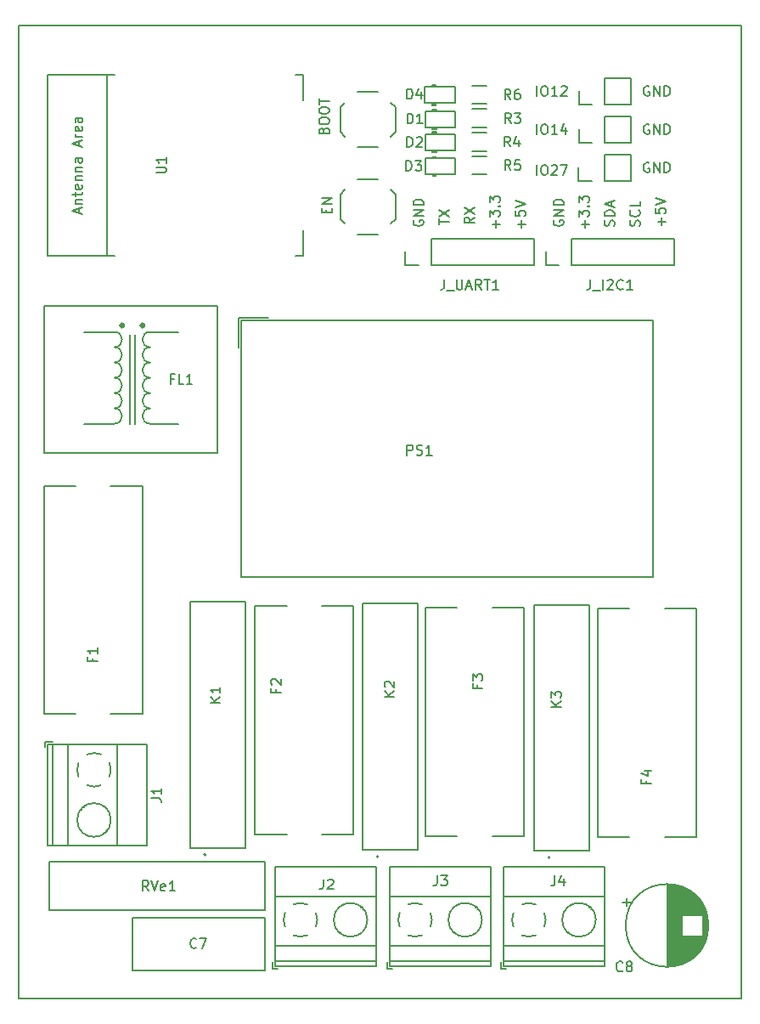
<source format=gto>
%TF.GenerationSoftware,KiCad,Pcbnew,8.0.3-8.0.3-0~ubuntu23.10.1*%
%TF.CreationDate,2024-07-30T14:16:20+05:00*%
%TF.ProjectId,IOTV,494f5456-2e6b-4696-9361-645f70636258,3*%
%TF.SameCoordinates,Original*%
%TF.FileFunction,Legend,Top*%
%TF.FilePolarity,Positive*%
%FSLAX46Y46*%
G04 Gerber Fmt 4.6, Leading zero omitted, Abs format (unit mm)*
G04 Created by KiCad (PCBNEW 8.0.3-8.0.3-0~ubuntu23.10.1) date 2024-07-30 14:16:20*
%MOMM*%
%LPD*%
G01*
G04 APERTURE LIST*
%ADD10C,0.150000*%
%ADD11C,0.400000*%
%ADD12C,0.100000*%
%TA.AperFunction,Profile*%
%ADD13C,0.150000*%
%TD*%
G04 APERTURE END LIST*
D10*
X174986588Y-56638438D02*
X174891350Y-56590819D01*
X174891350Y-56590819D02*
X174748493Y-56590819D01*
X174748493Y-56590819D02*
X174605636Y-56638438D01*
X174605636Y-56638438D02*
X174510398Y-56733676D01*
X174510398Y-56733676D02*
X174462779Y-56828914D01*
X174462779Y-56828914D02*
X174415160Y-57019390D01*
X174415160Y-57019390D02*
X174415160Y-57162247D01*
X174415160Y-57162247D02*
X174462779Y-57352723D01*
X174462779Y-57352723D02*
X174510398Y-57447961D01*
X174510398Y-57447961D02*
X174605636Y-57543200D01*
X174605636Y-57543200D02*
X174748493Y-57590819D01*
X174748493Y-57590819D02*
X174843731Y-57590819D01*
X174843731Y-57590819D02*
X174986588Y-57543200D01*
X174986588Y-57543200D02*
X175034207Y-57495580D01*
X175034207Y-57495580D02*
X175034207Y-57162247D01*
X175034207Y-57162247D02*
X174843731Y-57162247D01*
X175462779Y-57590819D02*
X175462779Y-56590819D01*
X175462779Y-56590819D02*
X176034207Y-57590819D01*
X176034207Y-57590819D02*
X176034207Y-56590819D01*
X176510398Y-57590819D02*
X176510398Y-56590819D01*
X176510398Y-56590819D02*
X176748493Y-56590819D01*
X176748493Y-56590819D02*
X176891350Y-56638438D01*
X176891350Y-56638438D02*
X176986588Y-56733676D01*
X176986588Y-56733676D02*
X177034207Y-56828914D01*
X177034207Y-56828914D02*
X177081826Y-57019390D01*
X177081826Y-57019390D02*
X177081826Y-57162247D01*
X177081826Y-57162247D02*
X177034207Y-57352723D01*
X177034207Y-57352723D02*
X176986588Y-57447961D01*
X176986588Y-57447961D02*
X176891350Y-57543200D01*
X176891350Y-57543200D02*
X176748493Y-57590819D01*
X176748493Y-57590819D02*
X176510398Y-57590819D01*
X151530438Y-66181411D02*
X151482819Y-66276649D01*
X151482819Y-66276649D02*
X151482819Y-66419506D01*
X151482819Y-66419506D02*
X151530438Y-66562363D01*
X151530438Y-66562363D02*
X151625676Y-66657601D01*
X151625676Y-66657601D02*
X151720914Y-66705220D01*
X151720914Y-66705220D02*
X151911390Y-66752839D01*
X151911390Y-66752839D02*
X152054247Y-66752839D01*
X152054247Y-66752839D02*
X152244723Y-66705220D01*
X152244723Y-66705220D02*
X152339961Y-66657601D01*
X152339961Y-66657601D02*
X152435200Y-66562363D01*
X152435200Y-66562363D02*
X152482819Y-66419506D01*
X152482819Y-66419506D02*
X152482819Y-66324268D01*
X152482819Y-66324268D02*
X152435200Y-66181411D01*
X152435200Y-66181411D02*
X152387580Y-66133792D01*
X152387580Y-66133792D02*
X152054247Y-66133792D01*
X152054247Y-66133792D02*
X152054247Y-66324268D01*
X152482819Y-65705220D02*
X151482819Y-65705220D01*
X151482819Y-65705220D02*
X152482819Y-65133792D01*
X152482819Y-65133792D02*
X151482819Y-65133792D01*
X152482819Y-64657601D02*
X151482819Y-64657601D01*
X151482819Y-64657601D02*
X151482819Y-64419506D01*
X151482819Y-64419506D02*
X151530438Y-64276649D01*
X151530438Y-64276649D02*
X151625676Y-64181411D01*
X151625676Y-64181411D02*
X151720914Y-64133792D01*
X151720914Y-64133792D02*
X151911390Y-64086173D01*
X151911390Y-64086173D02*
X152054247Y-64086173D01*
X152054247Y-64086173D02*
X152244723Y-64133792D01*
X152244723Y-64133792D02*
X152339961Y-64181411D01*
X152339961Y-64181411D02*
X152435200Y-64276649D01*
X152435200Y-64276649D02*
X152482819Y-64419506D01*
X152482819Y-64419506D02*
X152482819Y-64657601D01*
X159721866Y-66959220D02*
X159721866Y-66197316D01*
X160102819Y-66578268D02*
X159340914Y-66578268D01*
X159102819Y-65816363D02*
X159102819Y-65197316D01*
X159102819Y-65197316D02*
X159483771Y-65530649D01*
X159483771Y-65530649D02*
X159483771Y-65387792D01*
X159483771Y-65387792D02*
X159531390Y-65292554D01*
X159531390Y-65292554D02*
X159579009Y-65244935D01*
X159579009Y-65244935D02*
X159674247Y-65197316D01*
X159674247Y-65197316D02*
X159912342Y-65197316D01*
X159912342Y-65197316D02*
X160007580Y-65244935D01*
X160007580Y-65244935D02*
X160055200Y-65292554D01*
X160055200Y-65292554D02*
X160102819Y-65387792D01*
X160102819Y-65387792D02*
X160102819Y-65673506D01*
X160102819Y-65673506D02*
X160055200Y-65768744D01*
X160055200Y-65768744D02*
X160007580Y-65816363D01*
X160007580Y-64768744D02*
X160055200Y-64721125D01*
X160055200Y-64721125D02*
X160102819Y-64768744D01*
X160102819Y-64768744D02*
X160055200Y-64816363D01*
X160055200Y-64816363D02*
X160007580Y-64768744D01*
X160007580Y-64768744D02*
X160102819Y-64768744D01*
X159102819Y-64387792D02*
X159102819Y-63768745D01*
X159102819Y-63768745D02*
X159483771Y-64102078D01*
X159483771Y-64102078D02*
X159483771Y-63959221D01*
X159483771Y-63959221D02*
X159531390Y-63863983D01*
X159531390Y-63863983D02*
X159579009Y-63816364D01*
X159579009Y-63816364D02*
X159674247Y-63768745D01*
X159674247Y-63768745D02*
X159912342Y-63768745D01*
X159912342Y-63768745D02*
X160007580Y-63816364D01*
X160007580Y-63816364D02*
X160055200Y-63863983D01*
X160055200Y-63863983D02*
X160102819Y-63959221D01*
X160102819Y-63959221D02*
X160102819Y-64244935D01*
X160102819Y-64244935D02*
X160055200Y-64340173D01*
X160055200Y-64340173D02*
X160007580Y-64387792D01*
X163794779Y-57590819D02*
X163794779Y-56590819D01*
X164461445Y-56590819D02*
X164651921Y-56590819D01*
X164651921Y-56590819D02*
X164747159Y-56638438D01*
X164747159Y-56638438D02*
X164842397Y-56733676D01*
X164842397Y-56733676D02*
X164890016Y-56924152D01*
X164890016Y-56924152D02*
X164890016Y-57257485D01*
X164890016Y-57257485D02*
X164842397Y-57447961D01*
X164842397Y-57447961D02*
X164747159Y-57543200D01*
X164747159Y-57543200D02*
X164651921Y-57590819D01*
X164651921Y-57590819D02*
X164461445Y-57590819D01*
X164461445Y-57590819D02*
X164366207Y-57543200D01*
X164366207Y-57543200D02*
X164270969Y-57447961D01*
X164270969Y-57447961D02*
X164223350Y-57257485D01*
X164223350Y-57257485D02*
X164223350Y-56924152D01*
X164223350Y-56924152D02*
X164270969Y-56733676D01*
X164270969Y-56733676D02*
X164366207Y-56638438D01*
X164366207Y-56638438D02*
X164461445Y-56590819D01*
X165842397Y-57590819D02*
X165270969Y-57590819D01*
X165556683Y-57590819D02*
X165556683Y-56590819D01*
X165556683Y-56590819D02*
X165461445Y-56733676D01*
X165461445Y-56733676D02*
X165366207Y-56828914D01*
X165366207Y-56828914D02*
X165270969Y-56876533D01*
X166699540Y-56924152D02*
X166699540Y-57590819D01*
X166461445Y-56543200D02*
X166223350Y-57257485D01*
X166223350Y-57257485D02*
X166842397Y-57257485D01*
X163794779Y-53780819D02*
X163794779Y-52780819D01*
X164461445Y-52780819D02*
X164651921Y-52780819D01*
X164651921Y-52780819D02*
X164747159Y-52828438D01*
X164747159Y-52828438D02*
X164842397Y-52923676D01*
X164842397Y-52923676D02*
X164890016Y-53114152D01*
X164890016Y-53114152D02*
X164890016Y-53447485D01*
X164890016Y-53447485D02*
X164842397Y-53637961D01*
X164842397Y-53637961D02*
X164747159Y-53733200D01*
X164747159Y-53733200D02*
X164651921Y-53780819D01*
X164651921Y-53780819D02*
X164461445Y-53780819D01*
X164461445Y-53780819D02*
X164366207Y-53733200D01*
X164366207Y-53733200D02*
X164270969Y-53637961D01*
X164270969Y-53637961D02*
X164223350Y-53447485D01*
X164223350Y-53447485D02*
X164223350Y-53114152D01*
X164223350Y-53114152D02*
X164270969Y-52923676D01*
X164270969Y-52923676D02*
X164366207Y-52828438D01*
X164366207Y-52828438D02*
X164461445Y-52780819D01*
X165842397Y-53780819D02*
X165270969Y-53780819D01*
X165556683Y-53780819D02*
X165556683Y-52780819D01*
X165556683Y-52780819D02*
X165461445Y-52923676D01*
X165461445Y-52923676D02*
X165366207Y-53018914D01*
X165366207Y-53018914D02*
X165270969Y-53066533D01*
X166223350Y-52876057D02*
X166270969Y-52828438D01*
X166270969Y-52828438D02*
X166366207Y-52780819D01*
X166366207Y-52780819D02*
X166604302Y-52780819D01*
X166604302Y-52780819D02*
X166699540Y-52828438D01*
X166699540Y-52828438D02*
X166747159Y-52876057D01*
X166747159Y-52876057D02*
X166794778Y-52971295D01*
X166794778Y-52971295D02*
X166794778Y-53066533D01*
X166794778Y-53066533D02*
X166747159Y-53209390D01*
X166747159Y-53209390D02*
X166175731Y-53780819D01*
X166175731Y-53780819D02*
X166794778Y-53780819D01*
X142561009Y-57227887D02*
X142608628Y-57085030D01*
X142608628Y-57085030D02*
X142656247Y-57037411D01*
X142656247Y-57037411D02*
X142751485Y-56989792D01*
X142751485Y-56989792D02*
X142894342Y-56989792D01*
X142894342Y-56989792D02*
X142989580Y-57037411D01*
X142989580Y-57037411D02*
X143037200Y-57085030D01*
X143037200Y-57085030D02*
X143084819Y-57180268D01*
X143084819Y-57180268D02*
X143084819Y-57561220D01*
X143084819Y-57561220D02*
X142084819Y-57561220D01*
X142084819Y-57561220D02*
X142084819Y-57227887D01*
X142084819Y-57227887D02*
X142132438Y-57132649D01*
X142132438Y-57132649D02*
X142180057Y-57085030D01*
X142180057Y-57085030D02*
X142275295Y-57037411D01*
X142275295Y-57037411D02*
X142370533Y-57037411D01*
X142370533Y-57037411D02*
X142465771Y-57085030D01*
X142465771Y-57085030D02*
X142513390Y-57132649D01*
X142513390Y-57132649D02*
X142561009Y-57227887D01*
X142561009Y-57227887D02*
X142561009Y-57561220D01*
X142084819Y-56370744D02*
X142084819Y-56180268D01*
X142084819Y-56180268D02*
X142132438Y-56085030D01*
X142132438Y-56085030D02*
X142227676Y-55989792D01*
X142227676Y-55989792D02*
X142418152Y-55942173D01*
X142418152Y-55942173D02*
X142751485Y-55942173D01*
X142751485Y-55942173D02*
X142941961Y-55989792D01*
X142941961Y-55989792D02*
X143037200Y-56085030D01*
X143037200Y-56085030D02*
X143084819Y-56180268D01*
X143084819Y-56180268D02*
X143084819Y-56370744D01*
X143084819Y-56370744D02*
X143037200Y-56465982D01*
X143037200Y-56465982D02*
X142941961Y-56561220D01*
X142941961Y-56561220D02*
X142751485Y-56608839D01*
X142751485Y-56608839D02*
X142418152Y-56608839D01*
X142418152Y-56608839D02*
X142227676Y-56561220D01*
X142227676Y-56561220D02*
X142132438Y-56465982D01*
X142132438Y-56465982D02*
X142084819Y-56370744D01*
X142084819Y-55323125D02*
X142084819Y-55132649D01*
X142084819Y-55132649D02*
X142132438Y-55037411D01*
X142132438Y-55037411D02*
X142227676Y-54942173D01*
X142227676Y-54942173D02*
X142418152Y-54894554D01*
X142418152Y-54894554D02*
X142751485Y-54894554D01*
X142751485Y-54894554D02*
X142941961Y-54942173D01*
X142941961Y-54942173D02*
X143037200Y-55037411D01*
X143037200Y-55037411D02*
X143084819Y-55132649D01*
X143084819Y-55132649D02*
X143084819Y-55323125D01*
X143084819Y-55323125D02*
X143037200Y-55418363D01*
X143037200Y-55418363D02*
X142941961Y-55513601D01*
X142941961Y-55513601D02*
X142751485Y-55561220D01*
X142751485Y-55561220D02*
X142418152Y-55561220D01*
X142418152Y-55561220D02*
X142227676Y-55513601D01*
X142227676Y-55513601D02*
X142132438Y-55418363D01*
X142132438Y-55418363D02*
X142084819Y-55323125D01*
X142084819Y-54608839D02*
X142084819Y-54037411D01*
X143084819Y-54323125D02*
X142084819Y-54323125D01*
X154022819Y-66594077D02*
X154022819Y-66022649D01*
X155022819Y-66308363D02*
X154022819Y-66308363D01*
X154022819Y-65784553D02*
X155022819Y-65117887D01*
X154022819Y-65117887D02*
X155022819Y-65784553D01*
X171485200Y-66752839D02*
X171532819Y-66609982D01*
X171532819Y-66609982D02*
X171532819Y-66371887D01*
X171532819Y-66371887D02*
X171485200Y-66276649D01*
X171485200Y-66276649D02*
X171437580Y-66229030D01*
X171437580Y-66229030D02*
X171342342Y-66181411D01*
X171342342Y-66181411D02*
X171247104Y-66181411D01*
X171247104Y-66181411D02*
X171151866Y-66229030D01*
X171151866Y-66229030D02*
X171104247Y-66276649D01*
X171104247Y-66276649D02*
X171056628Y-66371887D01*
X171056628Y-66371887D02*
X171009009Y-66562363D01*
X171009009Y-66562363D02*
X170961390Y-66657601D01*
X170961390Y-66657601D02*
X170913771Y-66705220D01*
X170913771Y-66705220D02*
X170818533Y-66752839D01*
X170818533Y-66752839D02*
X170723295Y-66752839D01*
X170723295Y-66752839D02*
X170628057Y-66705220D01*
X170628057Y-66705220D02*
X170580438Y-66657601D01*
X170580438Y-66657601D02*
X170532819Y-66562363D01*
X170532819Y-66562363D02*
X170532819Y-66324268D01*
X170532819Y-66324268D02*
X170580438Y-66181411D01*
X171532819Y-65752839D02*
X170532819Y-65752839D01*
X170532819Y-65752839D02*
X170532819Y-65514744D01*
X170532819Y-65514744D02*
X170580438Y-65371887D01*
X170580438Y-65371887D02*
X170675676Y-65276649D01*
X170675676Y-65276649D02*
X170770914Y-65229030D01*
X170770914Y-65229030D02*
X170961390Y-65181411D01*
X170961390Y-65181411D02*
X171104247Y-65181411D01*
X171104247Y-65181411D02*
X171294723Y-65229030D01*
X171294723Y-65229030D02*
X171389961Y-65276649D01*
X171389961Y-65276649D02*
X171485200Y-65371887D01*
X171485200Y-65371887D02*
X171532819Y-65514744D01*
X171532819Y-65514744D02*
X171532819Y-65752839D01*
X171247104Y-64800458D02*
X171247104Y-64324268D01*
X171532819Y-64895696D02*
X170532819Y-64562363D01*
X170532819Y-64562363D02*
X171532819Y-64229030D01*
X174025200Y-66752839D02*
X174072819Y-66609982D01*
X174072819Y-66609982D02*
X174072819Y-66371887D01*
X174072819Y-66371887D02*
X174025200Y-66276649D01*
X174025200Y-66276649D02*
X173977580Y-66229030D01*
X173977580Y-66229030D02*
X173882342Y-66181411D01*
X173882342Y-66181411D02*
X173787104Y-66181411D01*
X173787104Y-66181411D02*
X173691866Y-66229030D01*
X173691866Y-66229030D02*
X173644247Y-66276649D01*
X173644247Y-66276649D02*
X173596628Y-66371887D01*
X173596628Y-66371887D02*
X173549009Y-66562363D01*
X173549009Y-66562363D02*
X173501390Y-66657601D01*
X173501390Y-66657601D02*
X173453771Y-66705220D01*
X173453771Y-66705220D02*
X173358533Y-66752839D01*
X173358533Y-66752839D02*
X173263295Y-66752839D01*
X173263295Y-66752839D02*
X173168057Y-66705220D01*
X173168057Y-66705220D02*
X173120438Y-66657601D01*
X173120438Y-66657601D02*
X173072819Y-66562363D01*
X173072819Y-66562363D02*
X173072819Y-66324268D01*
X173072819Y-66324268D02*
X173120438Y-66181411D01*
X173977580Y-65181411D02*
X174025200Y-65229030D01*
X174025200Y-65229030D02*
X174072819Y-65371887D01*
X174072819Y-65371887D02*
X174072819Y-65467125D01*
X174072819Y-65467125D02*
X174025200Y-65609982D01*
X174025200Y-65609982D02*
X173929961Y-65705220D01*
X173929961Y-65705220D02*
X173834723Y-65752839D01*
X173834723Y-65752839D02*
X173644247Y-65800458D01*
X173644247Y-65800458D02*
X173501390Y-65800458D01*
X173501390Y-65800458D02*
X173310914Y-65752839D01*
X173310914Y-65752839D02*
X173215676Y-65705220D01*
X173215676Y-65705220D02*
X173120438Y-65609982D01*
X173120438Y-65609982D02*
X173072819Y-65467125D01*
X173072819Y-65467125D02*
X173072819Y-65371887D01*
X173072819Y-65371887D02*
X173120438Y-65229030D01*
X173120438Y-65229030D02*
X173168057Y-65181411D01*
X174072819Y-64276649D02*
X174072819Y-64752839D01*
X174072819Y-64752839D02*
X173072819Y-64752839D01*
X174986588Y-60448438D02*
X174891350Y-60400819D01*
X174891350Y-60400819D02*
X174748493Y-60400819D01*
X174748493Y-60400819D02*
X174605636Y-60448438D01*
X174605636Y-60448438D02*
X174510398Y-60543676D01*
X174510398Y-60543676D02*
X174462779Y-60638914D01*
X174462779Y-60638914D02*
X174415160Y-60829390D01*
X174415160Y-60829390D02*
X174415160Y-60972247D01*
X174415160Y-60972247D02*
X174462779Y-61162723D01*
X174462779Y-61162723D02*
X174510398Y-61257961D01*
X174510398Y-61257961D02*
X174605636Y-61353200D01*
X174605636Y-61353200D02*
X174748493Y-61400819D01*
X174748493Y-61400819D02*
X174843731Y-61400819D01*
X174843731Y-61400819D02*
X174986588Y-61353200D01*
X174986588Y-61353200D02*
X175034207Y-61305580D01*
X175034207Y-61305580D02*
X175034207Y-60972247D01*
X175034207Y-60972247D02*
X174843731Y-60972247D01*
X175462779Y-61400819D02*
X175462779Y-60400819D01*
X175462779Y-60400819D02*
X176034207Y-61400819D01*
X176034207Y-61400819D02*
X176034207Y-60400819D01*
X176510398Y-61400819D02*
X176510398Y-60400819D01*
X176510398Y-60400819D02*
X176748493Y-60400819D01*
X176748493Y-60400819D02*
X176891350Y-60448438D01*
X176891350Y-60448438D02*
X176986588Y-60543676D01*
X176986588Y-60543676D02*
X177034207Y-60638914D01*
X177034207Y-60638914D02*
X177081826Y-60829390D01*
X177081826Y-60829390D02*
X177081826Y-60972247D01*
X177081826Y-60972247D02*
X177034207Y-61162723D01*
X177034207Y-61162723D02*
X176986588Y-61257961D01*
X176986588Y-61257961D02*
X176891350Y-61353200D01*
X176891350Y-61353200D02*
X176748493Y-61400819D01*
X176748493Y-61400819D02*
X176510398Y-61400819D01*
X157562819Y-65879792D02*
X157086628Y-66213125D01*
X157562819Y-66451220D02*
X156562819Y-66451220D01*
X156562819Y-66451220D02*
X156562819Y-66070268D01*
X156562819Y-66070268D02*
X156610438Y-65975030D01*
X156610438Y-65975030D02*
X156658057Y-65927411D01*
X156658057Y-65927411D02*
X156753295Y-65879792D01*
X156753295Y-65879792D02*
X156896152Y-65879792D01*
X156896152Y-65879792D02*
X156991390Y-65927411D01*
X156991390Y-65927411D02*
X157039009Y-65975030D01*
X157039009Y-65975030D02*
X157086628Y-66070268D01*
X157086628Y-66070268D02*
X157086628Y-66451220D01*
X156562819Y-65546458D02*
X157562819Y-64879792D01*
X156562819Y-64879792D02*
X157562819Y-65546458D01*
X168611866Y-66959220D02*
X168611866Y-66197316D01*
X168992819Y-66578268D02*
X168230914Y-66578268D01*
X167992819Y-65816363D02*
X167992819Y-65197316D01*
X167992819Y-65197316D02*
X168373771Y-65530649D01*
X168373771Y-65530649D02*
X168373771Y-65387792D01*
X168373771Y-65387792D02*
X168421390Y-65292554D01*
X168421390Y-65292554D02*
X168469009Y-65244935D01*
X168469009Y-65244935D02*
X168564247Y-65197316D01*
X168564247Y-65197316D02*
X168802342Y-65197316D01*
X168802342Y-65197316D02*
X168897580Y-65244935D01*
X168897580Y-65244935D02*
X168945200Y-65292554D01*
X168945200Y-65292554D02*
X168992819Y-65387792D01*
X168992819Y-65387792D02*
X168992819Y-65673506D01*
X168992819Y-65673506D02*
X168945200Y-65768744D01*
X168945200Y-65768744D02*
X168897580Y-65816363D01*
X168897580Y-64768744D02*
X168945200Y-64721125D01*
X168945200Y-64721125D02*
X168992819Y-64768744D01*
X168992819Y-64768744D02*
X168945200Y-64816363D01*
X168945200Y-64816363D02*
X168897580Y-64768744D01*
X168897580Y-64768744D02*
X168992819Y-64768744D01*
X167992819Y-64387792D02*
X167992819Y-63768745D01*
X167992819Y-63768745D02*
X168373771Y-64102078D01*
X168373771Y-64102078D02*
X168373771Y-63959221D01*
X168373771Y-63959221D02*
X168421390Y-63863983D01*
X168421390Y-63863983D02*
X168469009Y-63816364D01*
X168469009Y-63816364D02*
X168564247Y-63768745D01*
X168564247Y-63768745D02*
X168802342Y-63768745D01*
X168802342Y-63768745D02*
X168897580Y-63816364D01*
X168897580Y-63816364D02*
X168945200Y-63863983D01*
X168945200Y-63863983D02*
X168992819Y-63959221D01*
X168992819Y-63959221D02*
X168992819Y-64244935D01*
X168992819Y-64244935D02*
X168945200Y-64340173D01*
X168945200Y-64340173D02*
X168897580Y-64387792D01*
X142815009Y-65435220D02*
X142815009Y-65101887D01*
X143338819Y-64959030D02*
X143338819Y-65435220D01*
X143338819Y-65435220D02*
X142338819Y-65435220D01*
X142338819Y-65435220D02*
X142338819Y-64959030D01*
X143338819Y-64530458D02*
X142338819Y-64530458D01*
X142338819Y-64530458D02*
X143338819Y-63959030D01*
X143338819Y-63959030D02*
X142338819Y-63959030D01*
X174986588Y-52828438D02*
X174891350Y-52780819D01*
X174891350Y-52780819D02*
X174748493Y-52780819D01*
X174748493Y-52780819D02*
X174605636Y-52828438D01*
X174605636Y-52828438D02*
X174510398Y-52923676D01*
X174510398Y-52923676D02*
X174462779Y-53018914D01*
X174462779Y-53018914D02*
X174415160Y-53209390D01*
X174415160Y-53209390D02*
X174415160Y-53352247D01*
X174415160Y-53352247D02*
X174462779Y-53542723D01*
X174462779Y-53542723D02*
X174510398Y-53637961D01*
X174510398Y-53637961D02*
X174605636Y-53733200D01*
X174605636Y-53733200D02*
X174748493Y-53780819D01*
X174748493Y-53780819D02*
X174843731Y-53780819D01*
X174843731Y-53780819D02*
X174986588Y-53733200D01*
X174986588Y-53733200D02*
X175034207Y-53685580D01*
X175034207Y-53685580D02*
X175034207Y-53352247D01*
X175034207Y-53352247D02*
X174843731Y-53352247D01*
X175462779Y-53780819D02*
X175462779Y-52780819D01*
X175462779Y-52780819D02*
X176034207Y-53780819D01*
X176034207Y-53780819D02*
X176034207Y-52780819D01*
X176510398Y-53780819D02*
X176510398Y-52780819D01*
X176510398Y-52780819D02*
X176748493Y-52780819D01*
X176748493Y-52780819D02*
X176891350Y-52828438D01*
X176891350Y-52828438D02*
X176986588Y-52923676D01*
X176986588Y-52923676D02*
X177034207Y-53018914D01*
X177034207Y-53018914D02*
X177081826Y-53209390D01*
X177081826Y-53209390D02*
X177081826Y-53352247D01*
X177081826Y-53352247D02*
X177034207Y-53542723D01*
X177034207Y-53542723D02*
X176986588Y-53637961D01*
X176986588Y-53637961D02*
X176891350Y-53733200D01*
X176891350Y-53733200D02*
X176748493Y-53780819D01*
X176748493Y-53780819D02*
X176510398Y-53780819D01*
X176231866Y-66705220D02*
X176231866Y-65943316D01*
X176612819Y-66324268D02*
X175850914Y-66324268D01*
X175612819Y-64990935D02*
X175612819Y-65467125D01*
X175612819Y-65467125D02*
X176089009Y-65514744D01*
X176089009Y-65514744D02*
X176041390Y-65467125D01*
X176041390Y-65467125D02*
X175993771Y-65371887D01*
X175993771Y-65371887D02*
X175993771Y-65133792D01*
X175993771Y-65133792D02*
X176041390Y-65038554D01*
X176041390Y-65038554D02*
X176089009Y-64990935D01*
X176089009Y-64990935D02*
X176184247Y-64943316D01*
X176184247Y-64943316D02*
X176422342Y-64943316D01*
X176422342Y-64943316D02*
X176517580Y-64990935D01*
X176517580Y-64990935D02*
X176565200Y-65038554D01*
X176565200Y-65038554D02*
X176612819Y-65133792D01*
X176612819Y-65133792D02*
X176612819Y-65371887D01*
X176612819Y-65371887D02*
X176565200Y-65467125D01*
X176565200Y-65467125D02*
X176517580Y-65514744D01*
X175612819Y-64657601D02*
X176612819Y-64324268D01*
X176612819Y-64324268D02*
X175612819Y-63990935D01*
X163794779Y-61654819D02*
X163794779Y-60654819D01*
X164461445Y-60654819D02*
X164651921Y-60654819D01*
X164651921Y-60654819D02*
X164747159Y-60702438D01*
X164747159Y-60702438D02*
X164842397Y-60797676D01*
X164842397Y-60797676D02*
X164890016Y-60988152D01*
X164890016Y-60988152D02*
X164890016Y-61321485D01*
X164890016Y-61321485D02*
X164842397Y-61511961D01*
X164842397Y-61511961D02*
X164747159Y-61607200D01*
X164747159Y-61607200D02*
X164651921Y-61654819D01*
X164651921Y-61654819D02*
X164461445Y-61654819D01*
X164461445Y-61654819D02*
X164366207Y-61607200D01*
X164366207Y-61607200D02*
X164270969Y-61511961D01*
X164270969Y-61511961D02*
X164223350Y-61321485D01*
X164223350Y-61321485D02*
X164223350Y-60988152D01*
X164223350Y-60988152D02*
X164270969Y-60797676D01*
X164270969Y-60797676D02*
X164366207Y-60702438D01*
X164366207Y-60702438D02*
X164461445Y-60654819D01*
X165270969Y-60750057D02*
X165318588Y-60702438D01*
X165318588Y-60702438D02*
X165413826Y-60654819D01*
X165413826Y-60654819D02*
X165651921Y-60654819D01*
X165651921Y-60654819D02*
X165747159Y-60702438D01*
X165747159Y-60702438D02*
X165794778Y-60750057D01*
X165794778Y-60750057D02*
X165842397Y-60845295D01*
X165842397Y-60845295D02*
X165842397Y-60940533D01*
X165842397Y-60940533D02*
X165794778Y-61083390D01*
X165794778Y-61083390D02*
X165223350Y-61654819D01*
X165223350Y-61654819D02*
X165842397Y-61654819D01*
X166175731Y-60654819D02*
X166842397Y-60654819D01*
X166842397Y-60654819D02*
X166413826Y-61654819D01*
X162261866Y-66959220D02*
X162261866Y-66197316D01*
X162642819Y-66578268D02*
X161880914Y-66578268D01*
X161642819Y-65244935D02*
X161642819Y-65721125D01*
X161642819Y-65721125D02*
X162119009Y-65768744D01*
X162119009Y-65768744D02*
X162071390Y-65721125D01*
X162071390Y-65721125D02*
X162023771Y-65625887D01*
X162023771Y-65625887D02*
X162023771Y-65387792D01*
X162023771Y-65387792D02*
X162071390Y-65292554D01*
X162071390Y-65292554D02*
X162119009Y-65244935D01*
X162119009Y-65244935D02*
X162214247Y-65197316D01*
X162214247Y-65197316D02*
X162452342Y-65197316D01*
X162452342Y-65197316D02*
X162547580Y-65244935D01*
X162547580Y-65244935D02*
X162595200Y-65292554D01*
X162595200Y-65292554D02*
X162642819Y-65387792D01*
X162642819Y-65387792D02*
X162642819Y-65625887D01*
X162642819Y-65625887D02*
X162595200Y-65721125D01*
X162595200Y-65721125D02*
X162547580Y-65768744D01*
X161642819Y-64911601D02*
X162642819Y-64578268D01*
X162642819Y-64578268D02*
X161642819Y-64244935D01*
X165500438Y-66181411D02*
X165452819Y-66276649D01*
X165452819Y-66276649D02*
X165452819Y-66419506D01*
X165452819Y-66419506D02*
X165500438Y-66562363D01*
X165500438Y-66562363D02*
X165595676Y-66657601D01*
X165595676Y-66657601D02*
X165690914Y-66705220D01*
X165690914Y-66705220D02*
X165881390Y-66752839D01*
X165881390Y-66752839D02*
X166024247Y-66752839D01*
X166024247Y-66752839D02*
X166214723Y-66705220D01*
X166214723Y-66705220D02*
X166309961Y-66657601D01*
X166309961Y-66657601D02*
X166405200Y-66562363D01*
X166405200Y-66562363D02*
X166452819Y-66419506D01*
X166452819Y-66419506D02*
X166452819Y-66324268D01*
X166452819Y-66324268D02*
X166405200Y-66181411D01*
X166405200Y-66181411D02*
X166357580Y-66133792D01*
X166357580Y-66133792D02*
X166024247Y-66133792D01*
X166024247Y-66133792D02*
X166024247Y-66324268D01*
X166452819Y-65705220D02*
X165452819Y-65705220D01*
X165452819Y-65705220D02*
X166452819Y-65133792D01*
X166452819Y-65133792D02*
X165452819Y-65133792D01*
X166452819Y-64657601D02*
X165452819Y-64657601D01*
X165452819Y-64657601D02*
X165452819Y-64419506D01*
X165452819Y-64419506D02*
X165500438Y-64276649D01*
X165500438Y-64276649D02*
X165595676Y-64181411D01*
X165595676Y-64181411D02*
X165690914Y-64133792D01*
X165690914Y-64133792D02*
X165881390Y-64086173D01*
X165881390Y-64086173D02*
X166024247Y-64086173D01*
X166024247Y-64086173D02*
X166214723Y-64133792D01*
X166214723Y-64133792D02*
X166309961Y-64181411D01*
X166309961Y-64181411D02*
X166405200Y-64276649D01*
X166405200Y-64276649D02*
X166452819Y-64419506D01*
X166452819Y-64419506D02*
X166452819Y-64657601D01*
X150858014Y-89574919D02*
X150858014Y-88574919D01*
X150858014Y-88574919D02*
X151238966Y-88574919D01*
X151238966Y-88574919D02*
X151334204Y-88622538D01*
X151334204Y-88622538D02*
X151381823Y-88670157D01*
X151381823Y-88670157D02*
X151429442Y-88765395D01*
X151429442Y-88765395D02*
X151429442Y-88908252D01*
X151429442Y-88908252D02*
X151381823Y-89003490D01*
X151381823Y-89003490D02*
X151334204Y-89051109D01*
X151334204Y-89051109D02*
X151238966Y-89098728D01*
X151238966Y-89098728D02*
X150858014Y-89098728D01*
X151810395Y-89527300D02*
X151953252Y-89574919D01*
X151953252Y-89574919D02*
X152191347Y-89574919D01*
X152191347Y-89574919D02*
X152286585Y-89527300D01*
X152286585Y-89527300D02*
X152334204Y-89479680D01*
X152334204Y-89479680D02*
X152381823Y-89384442D01*
X152381823Y-89384442D02*
X152381823Y-89289204D01*
X152381823Y-89289204D02*
X152334204Y-89193966D01*
X152334204Y-89193966D02*
X152286585Y-89146347D01*
X152286585Y-89146347D02*
X152191347Y-89098728D01*
X152191347Y-89098728D02*
X152000871Y-89051109D01*
X152000871Y-89051109D02*
X151905633Y-89003490D01*
X151905633Y-89003490D02*
X151858014Y-88955871D01*
X151858014Y-88955871D02*
X151810395Y-88860633D01*
X151810395Y-88860633D02*
X151810395Y-88765395D01*
X151810395Y-88765395D02*
X151858014Y-88670157D01*
X151858014Y-88670157D02*
X151905633Y-88622538D01*
X151905633Y-88622538D02*
X152000871Y-88574919D01*
X152000871Y-88574919D02*
X152238966Y-88574919D01*
X152238966Y-88574919D02*
X152381823Y-88622538D01*
X153334204Y-89574919D02*
X152762776Y-89574919D01*
X153048490Y-89574919D02*
X153048490Y-88574919D01*
X153048490Y-88574919D02*
X152953252Y-88717776D01*
X152953252Y-88717776D02*
X152858014Y-88813014D01*
X152858014Y-88813014D02*
X152762776Y-88860633D01*
X157877209Y-112460333D02*
X157877209Y-112793666D01*
X158401019Y-112793666D02*
X157401019Y-112793666D01*
X157401019Y-112793666D02*
X157401019Y-112317476D01*
X157401019Y-112031761D02*
X157401019Y-111412714D01*
X157401019Y-111412714D02*
X157781971Y-111746047D01*
X157781971Y-111746047D02*
X157781971Y-111603190D01*
X157781971Y-111603190D02*
X157829590Y-111507952D01*
X157829590Y-111507952D02*
X157877209Y-111460333D01*
X157877209Y-111460333D02*
X157972447Y-111412714D01*
X157972447Y-111412714D02*
X158210542Y-111412714D01*
X158210542Y-111412714D02*
X158305780Y-111460333D01*
X158305780Y-111460333D02*
X158353400Y-111507952D01*
X158353400Y-111507952D02*
X158401019Y-111603190D01*
X158401019Y-111603190D02*
X158401019Y-111888904D01*
X158401019Y-111888904D02*
X158353400Y-111984142D01*
X158353400Y-111984142D02*
X158305780Y-112031761D01*
X150883505Y-56549419D02*
X150883505Y-55549419D01*
X150883505Y-55549419D02*
X151121600Y-55549419D01*
X151121600Y-55549419D02*
X151264457Y-55597038D01*
X151264457Y-55597038D02*
X151359695Y-55692276D01*
X151359695Y-55692276D02*
X151407314Y-55787514D01*
X151407314Y-55787514D02*
X151454933Y-55977990D01*
X151454933Y-55977990D02*
X151454933Y-56120847D01*
X151454933Y-56120847D02*
X151407314Y-56311323D01*
X151407314Y-56311323D02*
X151359695Y-56406561D01*
X151359695Y-56406561D02*
X151264457Y-56501800D01*
X151264457Y-56501800D02*
X151121600Y-56549419D01*
X151121600Y-56549419D02*
X150883505Y-56549419D01*
X152407314Y-56549419D02*
X151835886Y-56549419D01*
X152121600Y-56549419D02*
X152121600Y-55549419D01*
X152121600Y-55549419D02*
X152026362Y-55692276D01*
X152026362Y-55692276D02*
X151931124Y-55787514D01*
X151931124Y-55787514D02*
X151835886Y-55835133D01*
X161208533Y-56498619D02*
X160875200Y-56022428D01*
X160637105Y-56498619D02*
X160637105Y-55498619D01*
X160637105Y-55498619D02*
X161018057Y-55498619D01*
X161018057Y-55498619D02*
X161113295Y-55546238D01*
X161113295Y-55546238D02*
X161160914Y-55593857D01*
X161160914Y-55593857D02*
X161208533Y-55689095D01*
X161208533Y-55689095D02*
X161208533Y-55831952D01*
X161208533Y-55831952D02*
X161160914Y-55927190D01*
X161160914Y-55927190D02*
X161113295Y-55974809D01*
X161113295Y-55974809D02*
X161018057Y-56022428D01*
X161018057Y-56022428D02*
X160637105Y-56022428D01*
X161541867Y-55498619D02*
X162160914Y-55498619D01*
X162160914Y-55498619D02*
X161827581Y-55879571D01*
X161827581Y-55879571D02*
X161970438Y-55879571D01*
X161970438Y-55879571D02*
X162065676Y-55927190D01*
X162065676Y-55927190D02*
X162113295Y-55974809D01*
X162113295Y-55974809D02*
X162160914Y-56070047D01*
X162160914Y-56070047D02*
X162160914Y-56308142D01*
X162160914Y-56308142D02*
X162113295Y-56403380D01*
X162113295Y-56403380D02*
X162065676Y-56451000D01*
X162065676Y-56451000D02*
X161970438Y-56498619D01*
X161970438Y-56498619D02*
X161684724Y-56498619D01*
X161684724Y-56498619D02*
X161589486Y-56451000D01*
X161589486Y-56451000D02*
X161541867Y-56403380D01*
X172348784Y-140934580D02*
X172301165Y-140982200D01*
X172301165Y-140982200D02*
X172158308Y-141029819D01*
X172158308Y-141029819D02*
X172063070Y-141029819D01*
X172063070Y-141029819D02*
X171920213Y-140982200D01*
X171920213Y-140982200D02*
X171824975Y-140886961D01*
X171824975Y-140886961D02*
X171777356Y-140791723D01*
X171777356Y-140791723D02*
X171729737Y-140601247D01*
X171729737Y-140601247D02*
X171729737Y-140458390D01*
X171729737Y-140458390D02*
X171777356Y-140267914D01*
X171777356Y-140267914D02*
X171824975Y-140172676D01*
X171824975Y-140172676D02*
X171920213Y-140077438D01*
X171920213Y-140077438D02*
X172063070Y-140029819D01*
X172063070Y-140029819D02*
X172158308Y-140029819D01*
X172158308Y-140029819D02*
X172301165Y-140077438D01*
X172301165Y-140077438D02*
X172348784Y-140125057D01*
X172920213Y-140458390D02*
X172824975Y-140410771D01*
X172824975Y-140410771D02*
X172777356Y-140363152D01*
X172777356Y-140363152D02*
X172729737Y-140267914D01*
X172729737Y-140267914D02*
X172729737Y-140220295D01*
X172729737Y-140220295D02*
X172777356Y-140125057D01*
X172777356Y-140125057D02*
X172824975Y-140077438D01*
X172824975Y-140077438D02*
X172920213Y-140029819D01*
X172920213Y-140029819D02*
X173110689Y-140029819D01*
X173110689Y-140029819D02*
X173205927Y-140077438D01*
X173205927Y-140077438D02*
X173253546Y-140125057D01*
X173253546Y-140125057D02*
X173301165Y-140220295D01*
X173301165Y-140220295D02*
X173301165Y-140267914D01*
X173301165Y-140267914D02*
X173253546Y-140363152D01*
X173253546Y-140363152D02*
X173205927Y-140410771D01*
X173205927Y-140410771D02*
X173110689Y-140458390D01*
X173110689Y-140458390D02*
X172920213Y-140458390D01*
X172920213Y-140458390D02*
X172824975Y-140506009D01*
X172824975Y-140506009D02*
X172777356Y-140553628D01*
X172777356Y-140553628D02*
X172729737Y-140648866D01*
X172729737Y-140648866D02*
X172729737Y-140839342D01*
X172729737Y-140839342D02*
X172777356Y-140934580D01*
X172777356Y-140934580D02*
X172824975Y-140982200D01*
X172824975Y-140982200D02*
X172920213Y-141029819D01*
X172920213Y-141029819D02*
X173110689Y-141029819D01*
X173110689Y-141029819D02*
X173205927Y-140982200D01*
X173205927Y-140982200D02*
X173253546Y-140934580D01*
X173253546Y-140934580D02*
X173301165Y-140839342D01*
X173301165Y-140839342D02*
X173301165Y-140648866D01*
X173301165Y-140648866D02*
X173253546Y-140553628D01*
X173253546Y-140553628D02*
X173205927Y-140506009D01*
X173205927Y-140506009D02*
X173110689Y-140458390D01*
X150854005Y-58860819D02*
X150854005Y-57860819D01*
X150854005Y-57860819D02*
X151092100Y-57860819D01*
X151092100Y-57860819D02*
X151234957Y-57908438D01*
X151234957Y-57908438D02*
X151330195Y-58003676D01*
X151330195Y-58003676D02*
X151377814Y-58098914D01*
X151377814Y-58098914D02*
X151425433Y-58289390D01*
X151425433Y-58289390D02*
X151425433Y-58432247D01*
X151425433Y-58432247D02*
X151377814Y-58622723D01*
X151377814Y-58622723D02*
X151330195Y-58717961D01*
X151330195Y-58717961D02*
X151234957Y-58813200D01*
X151234957Y-58813200D02*
X151092100Y-58860819D01*
X151092100Y-58860819D02*
X150854005Y-58860819D01*
X151806386Y-57956057D02*
X151854005Y-57908438D01*
X151854005Y-57908438D02*
X151949243Y-57860819D01*
X151949243Y-57860819D02*
X152187338Y-57860819D01*
X152187338Y-57860819D02*
X152282576Y-57908438D01*
X152282576Y-57908438D02*
X152330195Y-57956057D01*
X152330195Y-57956057D02*
X152377814Y-58051295D01*
X152377814Y-58051295D02*
X152377814Y-58146533D01*
X152377814Y-58146533D02*
X152330195Y-58289390D01*
X152330195Y-58289390D02*
X151758767Y-58860819D01*
X151758767Y-58860819D02*
X152377814Y-58860819D01*
X127587904Y-81959009D02*
X127254571Y-81959009D01*
X127254571Y-82482819D02*
X127254571Y-81482819D01*
X127254571Y-81482819D02*
X127730761Y-81482819D01*
X128587904Y-82482819D02*
X128111714Y-82482819D01*
X128111714Y-82482819D02*
X128111714Y-81482819D01*
X129445047Y-82482819D02*
X128873619Y-82482819D01*
X129159333Y-82482819D02*
X129159333Y-81482819D01*
X129159333Y-81482819D02*
X129064095Y-81625676D01*
X129064095Y-81625676D02*
X128968857Y-81720914D01*
X128968857Y-81720914D02*
X128873619Y-81768533D01*
X161185533Y-54131019D02*
X160852200Y-53654828D01*
X160614105Y-54131019D02*
X160614105Y-53131019D01*
X160614105Y-53131019D02*
X160995057Y-53131019D01*
X160995057Y-53131019D02*
X161090295Y-53178638D01*
X161090295Y-53178638D02*
X161137914Y-53226257D01*
X161137914Y-53226257D02*
X161185533Y-53321495D01*
X161185533Y-53321495D02*
X161185533Y-53464352D01*
X161185533Y-53464352D02*
X161137914Y-53559590D01*
X161137914Y-53559590D02*
X161090295Y-53607209D01*
X161090295Y-53607209D02*
X160995057Y-53654828D01*
X160995057Y-53654828D02*
X160614105Y-53654828D01*
X162042676Y-53131019D02*
X161852200Y-53131019D01*
X161852200Y-53131019D02*
X161756962Y-53178638D01*
X161756962Y-53178638D02*
X161709343Y-53226257D01*
X161709343Y-53226257D02*
X161614105Y-53369114D01*
X161614105Y-53369114D02*
X161566486Y-53559590D01*
X161566486Y-53559590D02*
X161566486Y-53940542D01*
X161566486Y-53940542D02*
X161614105Y-54035780D01*
X161614105Y-54035780D02*
X161661724Y-54083400D01*
X161661724Y-54083400D02*
X161756962Y-54131019D01*
X161756962Y-54131019D02*
X161947438Y-54131019D01*
X161947438Y-54131019D02*
X162042676Y-54083400D01*
X162042676Y-54083400D02*
X162090295Y-54035780D01*
X162090295Y-54035780D02*
X162137914Y-53940542D01*
X162137914Y-53940542D02*
X162137914Y-53702447D01*
X162137914Y-53702447D02*
X162090295Y-53607209D01*
X162090295Y-53607209D02*
X162042676Y-53559590D01*
X162042676Y-53559590D02*
X161947438Y-53511971D01*
X161947438Y-53511971D02*
X161756962Y-53511971D01*
X161756962Y-53511971D02*
X161661724Y-53559590D01*
X161661724Y-53559590D02*
X161614105Y-53607209D01*
X161614105Y-53607209D02*
X161566486Y-53702447D01*
X125828819Y-61453904D02*
X126638342Y-61453904D01*
X126638342Y-61453904D02*
X126733580Y-61406285D01*
X126733580Y-61406285D02*
X126781200Y-61358666D01*
X126781200Y-61358666D02*
X126828819Y-61263428D01*
X126828819Y-61263428D02*
X126828819Y-61072952D01*
X126828819Y-61072952D02*
X126781200Y-60977714D01*
X126781200Y-60977714D02*
X126733580Y-60930095D01*
X126733580Y-60930095D02*
X126638342Y-60882476D01*
X126638342Y-60882476D02*
X125828819Y-60882476D01*
X126828819Y-59882476D02*
X126828819Y-60453904D01*
X126828819Y-60168190D02*
X125828819Y-60168190D01*
X125828819Y-60168190D02*
X125971676Y-60263428D01*
X125971676Y-60263428D02*
X126066914Y-60358666D01*
X126066914Y-60358666D02*
X126114533Y-60453904D01*
X118161504Y-65448905D02*
X118161504Y-64972715D01*
X118447219Y-65544143D02*
X117447219Y-65210810D01*
X117447219Y-65210810D02*
X118447219Y-64877477D01*
X117780552Y-64544143D02*
X118447219Y-64544143D01*
X117875790Y-64544143D02*
X117828171Y-64496524D01*
X117828171Y-64496524D02*
X117780552Y-64401286D01*
X117780552Y-64401286D02*
X117780552Y-64258429D01*
X117780552Y-64258429D02*
X117828171Y-64163191D01*
X117828171Y-64163191D02*
X117923409Y-64115572D01*
X117923409Y-64115572D02*
X118447219Y-64115572D01*
X117780552Y-63782238D02*
X117780552Y-63401286D01*
X117447219Y-63639381D02*
X118304361Y-63639381D01*
X118304361Y-63639381D02*
X118399600Y-63591762D01*
X118399600Y-63591762D02*
X118447219Y-63496524D01*
X118447219Y-63496524D02*
X118447219Y-63401286D01*
X118399600Y-62687000D02*
X118447219Y-62782238D01*
X118447219Y-62782238D02*
X118447219Y-62972714D01*
X118447219Y-62972714D02*
X118399600Y-63067952D01*
X118399600Y-63067952D02*
X118304361Y-63115571D01*
X118304361Y-63115571D02*
X117923409Y-63115571D01*
X117923409Y-63115571D02*
X117828171Y-63067952D01*
X117828171Y-63067952D02*
X117780552Y-62972714D01*
X117780552Y-62972714D02*
X117780552Y-62782238D01*
X117780552Y-62782238D02*
X117828171Y-62687000D01*
X117828171Y-62687000D02*
X117923409Y-62639381D01*
X117923409Y-62639381D02*
X118018647Y-62639381D01*
X118018647Y-62639381D02*
X118113885Y-63115571D01*
X117780552Y-62210809D02*
X118447219Y-62210809D01*
X117875790Y-62210809D02*
X117828171Y-62163190D01*
X117828171Y-62163190D02*
X117780552Y-62067952D01*
X117780552Y-62067952D02*
X117780552Y-61925095D01*
X117780552Y-61925095D02*
X117828171Y-61829857D01*
X117828171Y-61829857D02*
X117923409Y-61782238D01*
X117923409Y-61782238D02*
X118447219Y-61782238D01*
X117780552Y-61306047D02*
X118447219Y-61306047D01*
X117875790Y-61306047D02*
X117828171Y-61258428D01*
X117828171Y-61258428D02*
X117780552Y-61163190D01*
X117780552Y-61163190D02*
X117780552Y-61020333D01*
X117780552Y-61020333D02*
X117828171Y-60925095D01*
X117828171Y-60925095D02*
X117923409Y-60877476D01*
X117923409Y-60877476D02*
X118447219Y-60877476D01*
X118447219Y-59972714D02*
X117923409Y-59972714D01*
X117923409Y-59972714D02*
X117828171Y-60020333D01*
X117828171Y-60020333D02*
X117780552Y-60115571D01*
X117780552Y-60115571D02*
X117780552Y-60306047D01*
X117780552Y-60306047D02*
X117828171Y-60401285D01*
X118399600Y-59972714D02*
X118447219Y-60067952D01*
X118447219Y-60067952D02*
X118447219Y-60306047D01*
X118447219Y-60306047D02*
X118399600Y-60401285D01*
X118399600Y-60401285D02*
X118304361Y-60448904D01*
X118304361Y-60448904D02*
X118209123Y-60448904D01*
X118209123Y-60448904D02*
X118113885Y-60401285D01*
X118113885Y-60401285D02*
X118066266Y-60306047D01*
X118066266Y-60306047D02*
X118066266Y-60067952D01*
X118066266Y-60067952D02*
X118018647Y-59972714D01*
X118161504Y-58782237D02*
X118161504Y-58306047D01*
X118447219Y-58877475D02*
X117447219Y-58544142D01*
X117447219Y-58544142D02*
X118447219Y-58210809D01*
X118447219Y-57877475D02*
X117780552Y-57877475D01*
X117971028Y-57877475D02*
X117875790Y-57829856D01*
X117875790Y-57829856D02*
X117828171Y-57782237D01*
X117828171Y-57782237D02*
X117780552Y-57686999D01*
X117780552Y-57686999D02*
X117780552Y-57591761D01*
X118399600Y-56877475D02*
X118447219Y-56972713D01*
X118447219Y-56972713D02*
X118447219Y-57163189D01*
X118447219Y-57163189D02*
X118399600Y-57258427D01*
X118399600Y-57258427D02*
X118304361Y-57306046D01*
X118304361Y-57306046D02*
X117923409Y-57306046D01*
X117923409Y-57306046D02*
X117828171Y-57258427D01*
X117828171Y-57258427D02*
X117780552Y-57163189D01*
X117780552Y-57163189D02*
X117780552Y-56972713D01*
X117780552Y-56972713D02*
X117828171Y-56877475D01*
X117828171Y-56877475D02*
X117923409Y-56829856D01*
X117923409Y-56829856D02*
X118018647Y-56829856D01*
X118018647Y-56829856D02*
X118113885Y-57306046D01*
X118447219Y-55972713D02*
X117923409Y-55972713D01*
X117923409Y-55972713D02*
X117828171Y-56020332D01*
X117828171Y-56020332D02*
X117780552Y-56115570D01*
X117780552Y-56115570D02*
X117780552Y-56306046D01*
X117780552Y-56306046D02*
X117828171Y-56401284D01*
X118399600Y-55972713D02*
X118447219Y-56067951D01*
X118447219Y-56067951D02*
X118447219Y-56306046D01*
X118447219Y-56306046D02*
X118399600Y-56401284D01*
X118399600Y-56401284D02*
X118304361Y-56448903D01*
X118304361Y-56448903D02*
X118209123Y-56448903D01*
X118209123Y-56448903D02*
X118113885Y-56401284D01*
X118113885Y-56401284D02*
X118066266Y-56306046D01*
X118066266Y-56306046D02*
X118066266Y-56067951D01*
X118066266Y-56067951D02*
X118018647Y-55972713D01*
X153853666Y-131470019D02*
X153853666Y-132184304D01*
X153853666Y-132184304D02*
X153806047Y-132327161D01*
X153806047Y-132327161D02*
X153710809Y-132422400D01*
X153710809Y-132422400D02*
X153567952Y-132470019D01*
X153567952Y-132470019D02*
X153472714Y-132470019D01*
X154234619Y-131470019D02*
X154853666Y-131470019D01*
X154853666Y-131470019D02*
X154520333Y-131850971D01*
X154520333Y-131850971D02*
X154663190Y-131850971D01*
X154663190Y-131850971D02*
X154758428Y-131898590D01*
X154758428Y-131898590D02*
X154806047Y-131946209D01*
X154806047Y-131946209D02*
X154853666Y-132041447D01*
X154853666Y-132041447D02*
X154853666Y-132279542D01*
X154853666Y-132279542D02*
X154806047Y-132374780D01*
X154806047Y-132374780D02*
X154758428Y-132422400D01*
X154758428Y-132422400D02*
X154663190Y-132470019D01*
X154663190Y-132470019D02*
X154377476Y-132470019D01*
X154377476Y-132470019D02*
X154282238Y-132422400D01*
X154282238Y-132422400D02*
X154234619Y-132374780D01*
X142525266Y-131825619D02*
X142525266Y-132539904D01*
X142525266Y-132539904D02*
X142477647Y-132682761D01*
X142477647Y-132682761D02*
X142382409Y-132778000D01*
X142382409Y-132778000D02*
X142239552Y-132825619D01*
X142239552Y-132825619D02*
X142144314Y-132825619D01*
X142953838Y-131920857D02*
X143001457Y-131873238D01*
X143001457Y-131873238D02*
X143096695Y-131825619D01*
X143096695Y-131825619D02*
X143334790Y-131825619D01*
X143334790Y-131825619D02*
X143430028Y-131873238D01*
X143430028Y-131873238D02*
X143477647Y-131920857D01*
X143477647Y-131920857D02*
X143525266Y-132016095D01*
X143525266Y-132016095D02*
X143525266Y-132111333D01*
X143525266Y-132111333D02*
X143477647Y-132254190D01*
X143477647Y-132254190D02*
X142906219Y-132825619D01*
X142906219Y-132825619D02*
X143525266Y-132825619D01*
X119472409Y-109807333D02*
X119472409Y-110140666D01*
X119996219Y-110140666D02*
X118996219Y-110140666D01*
X118996219Y-110140666D02*
X118996219Y-109664476D01*
X119996219Y-108759714D02*
X119996219Y-109331142D01*
X119996219Y-109045428D02*
X118996219Y-109045428D01*
X118996219Y-109045428D02*
X119139076Y-109140666D01*
X119139076Y-109140666D02*
X119234314Y-109235904D01*
X119234314Y-109235904D02*
X119281933Y-109331142D01*
X137760409Y-112917533D02*
X137760409Y-113250866D01*
X138284219Y-113250866D02*
X137284219Y-113250866D01*
X137284219Y-113250866D02*
X137284219Y-112774676D01*
X137379457Y-112441342D02*
X137331838Y-112393723D01*
X137331838Y-112393723D02*
X137284219Y-112298485D01*
X137284219Y-112298485D02*
X137284219Y-112060390D01*
X137284219Y-112060390D02*
X137331838Y-111965152D01*
X137331838Y-111965152D02*
X137379457Y-111917533D01*
X137379457Y-111917533D02*
X137474695Y-111869914D01*
X137474695Y-111869914D02*
X137569933Y-111869914D01*
X137569933Y-111869914D02*
X137712790Y-111917533D01*
X137712790Y-111917533D02*
X138284219Y-112488961D01*
X138284219Y-112488961D02*
X138284219Y-111869914D01*
X149587878Y-113628146D02*
X148586453Y-113628146D01*
X149587878Y-113055903D02*
X149015636Y-113485085D01*
X148586453Y-113055903D02*
X149158696Y-113628146D01*
X148681827Y-112674408D02*
X148634140Y-112626721D01*
X148634140Y-112626721D02*
X148586453Y-112531347D01*
X148586453Y-112531347D02*
X148586453Y-112292913D01*
X148586453Y-112292913D02*
X148634140Y-112197539D01*
X148634140Y-112197539D02*
X148681827Y-112149852D01*
X148681827Y-112149852D02*
X148777201Y-112102165D01*
X148777201Y-112102165D02*
X148872575Y-112102165D01*
X148872575Y-112102165D02*
X149015636Y-112149852D01*
X149015636Y-112149852D02*
X149587878Y-112722095D01*
X149587878Y-112722095D02*
X149587878Y-112102165D01*
X165588466Y-131470019D02*
X165588466Y-132184304D01*
X165588466Y-132184304D02*
X165540847Y-132327161D01*
X165540847Y-132327161D02*
X165445609Y-132422400D01*
X165445609Y-132422400D02*
X165302752Y-132470019D01*
X165302752Y-132470019D02*
X165207514Y-132470019D01*
X166493228Y-131803352D02*
X166493228Y-132470019D01*
X166255133Y-131422400D02*
X166017038Y-132136685D01*
X166017038Y-132136685D02*
X166636085Y-132136685D01*
X125070790Y-132978019D02*
X124737457Y-132501828D01*
X124499362Y-132978019D02*
X124499362Y-131978019D01*
X124499362Y-131978019D02*
X124880314Y-131978019D01*
X124880314Y-131978019D02*
X124975552Y-132025638D01*
X124975552Y-132025638D02*
X125023171Y-132073257D01*
X125023171Y-132073257D02*
X125070790Y-132168495D01*
X125070790Y-132168495D02*
X125070790Y-132311352D01*
X125070790Y-132311352D02*
X125023171Y-132406590D01*
X125023171Y-132406590D02*
X124975552Y-132454209D01*
X124975552Y-132454209D02*
X124880314Y-132501828D01*
X124880314Y-132501828D02*
X124499362Y-132501828D01*
X125356505Y-131978019D02*
X125689838Y-132978019D01*
X125689838Y-132978019D02*
X126023171Y-131978019D01*
X126737457Y-132930400D02*
X126642219Y-132978019D01*
X126642219Y-132978019D02*
X126451743Y-132978019D01*
X126451743Y-132978019D02*
X126356505Y-132930400D01*
X126356505Y-132930400D02*
X126308886Y-132835161D01*
X126308886Y-132835161D02*
X126308886Y-132454209D01*
X126308886Y-132454209D02*
X126356505Y-132358971D01*
X126356505Y-132358971D02*
X126451743Y-132311352D01*
X126451743Y-132311352D02*
X126642219Y-132311352D01*
X126642219Y-132311352D02*
X126737457Y-132358971D01*
X126737457Y-132358971D02*
X126785076Y-132454209D01*
X126785076Y-132454209D02*
X126785076Y-132549447D01*
X126785076Y-132549447D02*
X126308886Y-132644685D01*
X127737457Y-132978019D02*
X127166029Y-132978019D01*
X127451743Y-132978019D02*
X127451743Y-131978019D01*
X127451743Y-131978019D02*
X127356505Y-132120876D01*
X127356505Y-132120876D02*
X127261267Y-132216114D01*
X127261267Y-132216114D02*
X127166029Y-132263733D01*
X132239678Y-114212346D02*
X131238253Y-114212346D01*
X132239678Y-113640103D02*
X131667436Y-114069285D01*
X131238253Y-113640103D02*
X131810496Y-114212346D01*
X132239678Y-112686365D02*
X132239678Y-113258608D01*
X132239678Y-112972486D02*
X131238253Y-112972486D01*
X131238253Y-112972486D02*
X131381314Y-113067860D01*
X131381314Y-113067860D02*
X131476688Y-113163234D01*
X131476688Y-113163234D02*
X131524375Y-113258608D01*
X174683009Y-121999333D02*
X174683009Y-122332666D01*
X175206819Y-122332666D02*
X174206819Y-122332666D01*
X174206819Y-122332666D02*
X174206819Y-121856476D01*
X174540152Y-121046952D02*
X175206819Y-121046952D01*
X174159200Y-121285047D02*
X174873485Y-121523142D01*
X174873485Y-121523142D02*
X174873485Y-120904095D01*
X129864933Y-138623180D02*
X129817314Y-138670800D01*
X129817314Y-138670800D02*
X129674457Y-138718419D01*
X129674457Y-138718419D02*
X129579219Y-138718419D01*
X129579219Y-138718419D02*
X129436362Y-138670800D01*
X129436362Y-138670800D02*
X129341124Y-138575561D01*
X129341124Y-138575561D02*
X129293505Y-138480323D01*
X129293505Y-138480323D02*
X129245886Y-138289847D01*
X129245886Y-138289847D02*
X129245886Y-138146990D01*
X129245886Y-138146990D02*
X129293505Y-137956514D01*
X129293505Y-137956514D02*
X129341124Y-137861276D01*
X129341124Y-137861276D02*
X129436362Y-137766038D01*
X129436362Y-137766038D02*
X129579219Y-137718419D01*
X129579219Y-137718419D02*
X129674457Y-137718419D01*
X129674457Y-137718419D02*
X129817314Y-137766038D01*
X129817314Y-137766038D02*
X129864933Y-137813657D01*
X130198267Y-137718419D02*
X130864933Y-137718419D01*
X130864933Y-137718419D02*
X130436362Y-138718419D01*
X125357619Y-123763333D02*
X126071904Y-123763333D01*
X126071904Y-123763333D02*
X126214761Y-123810952D01*
X126214761Y-123810952D02*
X126310000Y-123906190D01*
X126310000Y-123906190D02*
X126357619Y-124049047D01*
X126357619Y-124049047D02*
X126357619Y-124144285D01*
X126357619Y-122763333D02*
X126357619Y-123334761D01*
X126357619Y-123049047D02*
X125357619Y-123049047D01*
X125357619Y-123049047D02*
X125500476Y-123144285D01*
X125500476Y-123144285D02*
X125595714Y-123239523D01*
X125595714Y-123239523D02*
X125643333Y-123334761D01*
X169149428Y-72084819D02*
X169149428Y-72799104D01*
X169149428Y-72799104D02*
X169101809Y-72941961D01*
X169101809Y-72941961D02*
X169006571Y-73037200D01*
X169006571Y-73037200D02*
X168863714Y-73084819D01*
X168863714Y-73084819D02*
X168768476Y-73084819D01*
X169387524Y-73180057D02*
X170149428Y-73180057D01*
X170387524Y-73084819D02*
X170387524Y-72084819D01*
X170816095Y-72180057D02*
X170863714Y-72132438D01*
X170863714Y-72132438D02*
X170958952Y-72084819D01*
X170958952Y-72084819D02*
X171197047Y-72084819D01*
X171197047Y-72084819D02*
X171292285Y-72132438D01*
X171292285Y-72132438D02*
X171339904Y-72180057D01*
X171339904Y-72180057D02*
X171387523Y-72275295D01*
X171387523Y-72275295D02*
X171387523Y-72370533D01*
X171387523Y-72370533D02*
X171339904Y-72513390D01*
X171339904Y-72513390D02*
X170768476Y-73084819D01*
X170768476Y-73084819D02*
X171387523Y-73084819D01*
X172387523Y-72989580D02*
X172339904Y-73037200D01*
X172339904Y-73037200D02*
X172197047Y-73084819D01*
X172197047Y-73084819D02*
X172101809Y-73084819D01*
X172101809Y-73084819D02*
X171958952Y-73037200D01*
X171958952Y-73037200D02*
X171863714Y-72941961D01*
X171863714Y-72941961D02*
X171816095Y-72846723D01*
X171816095Y-72846723D02*
X171768476Y-72656247D01*
X171768476Y-72656247D02*
X171768476Y-72513390D01*
X171768476Y-72513390D02*
X171816095Y-72322914D01*
X171816095Y-72322914D02*
X171863714Y-72227676D01*
X171863714Y-72227676D02*
X171958952Y-72132438D01*
X171958952Y-72132438D02*
X172101809Y-72084819D01*
X172101809Y-72084819D02*
X172197047Y-72084819D01*
X172197047Y-72084819D02*
X172339904Y-72132438D01*
X172339904Y-72132438D02*
X172387523Y-72180057D01*
X173339904Y-73084819D02*
X172768476Y-73084819D01*
X173054190Y-73084819D02*
X173054190Y-72084819D01*
X173054190Y-72084819D02*
X172958952Y-72227676D01*
X172958952Y-72227676D02*
X172863714Y-72322914D01*
X172863714Y-72322914D02*
X172768476Y-72370533D01*
X150835105Y-54080219D02*
X150835105Y-53080219D01*
X150835105Y-53080219D02*
X151073200Y-53080219D01*
X151073200Y-53080219D02*
X151216057Y-53127838D01*
X151216057Y-53127838D02*
X151311295Y-53223076D01*
X151311295Y-53223076D02*
X151358914Y-53318314D01*
X151358914Y-53318314D02*
X151406533Y-53508790D01*
X151406533Y-53508790D02*
X151406533Y-53651647D01*
X151406533Y-53651647D02*
X151358914Y-53842123D01*
X151358914Y-53842123D02*
X151311295Y-53937361D01*
X151311295Y-53937361D02*
X151216057Y-54032600D01*
X151216057Y-54032600D02*
X151073200Y-54080219D01*
X151073200Y-54080219D02*
X150835105Y-54080219D01*
X152263676Y-53413552D02*
X152263676Y-54080219D01*
X152025581Y-53032600D02*
X151787486Y-53746885D01*
X151787486Y-53746885D02*
X152406533Y-53746885D01*
X150767105Y-61248419D02*
X150767105Y-60248419D01*
X150767105Y-60248419D02*
X151005200Y-60248419D01*
X151005200Y-60248419D02*
X151148057Y-60296038D01*
X151148057Y-60296038D02*
X151243295Y-60391276D01*
X151243295Y-60391276D02*
X151290914Y-60486514D01*
X151290914Y-60486514D02*
X151338533Y-60676990D01*
X151338533Y-60676990D02*
X151338533Y-60819847D01*
X151338533Y-60819847D02*
X151290914Y-61010323D01*
X151290914Y-61010323D02*
X151243295Y-61105561D01*
X151243295Y-61105561D02*
X151148057Y-61200800D01*
X151148057Y-61200800D02*
X151005200Y-61248419D01*
X151005200Y-61248419D02*
X150767105Y-61248419D01*
X151671867Y-60248419D02*
X152290914Y-60248419D01*
X152290914Y-60248419D02*
X151957581Y-60629371D01*
X151957581Y-60629371D02*
X152100438Y-60629371D01*
X152100438Y-60629371D02*
X152195676Y-60676990D01*
X152195676Y-60676990D02*
X152243295Y-60724609D01*
X152243295Y-60724609D02*
X152290914Y-60819847D01*
X152290914Y-60819847D02*
X152290914Y-61057942D01*
X152290914Y-61057942D02*
X152243295Y-61153180D01*
X152243295Y-61153180D02*
X152195676Y-61200800D01*
X152195676Y-61200800D02*
X152100438Y-61248419D01*
X152100438Y-61248419D02*
X151814724Y-61248419D01*
X151814724Y-61248419D02*
X151719486Y-61200800D01*
X151719486Y-61200800D02*
X151671867Y-61153180D01*
X154560380Y-72084819D02*
X154560380Y-72799104D01*
X154560380Y-72799104D02*
X154512761Y-72941961D01*
X154512761Y-72941961D02*
X154417523Y-73037200D01*
X154417523Y-73037200D02*
X154274666Y-73084819D01*
X154274666Y-73084819D02*
X154179428Y-73084819D01*
X154798476Y-73180057D02*
X155560380Y-73180057D01*
X155798476Y-72084819D02*
X155798476Y-72894342D01*
X155798476Y-72894342D02*
X155846095Y-72989580D01*
X155846095Y-72989580D02*
X155893714Y-73037200D01*
X155893714Y-73037200D02*
X155988952Y-73084819D01*
X155988952Y-73084819D02*
X156179428Y-73084819D01*
X156179428Y-73084819D02*
X156274666Y-73037200D01*
X156274666Y-73037200D02*
X156322285Y-72989580D01*
X156322285Y-72989580D02*
X156369904Y-72894342D01*
X156369904Y-72894342D02*
X156369904Y-72084819D01*
X156798476Y-72799104D02*
X157274666Y-72799104D01*
X156703238Y-73084819D02*
X157036571Y-72084819D01*
X157036571Y-72084819D02*
X157369904Y-73084819D01*
X158274666Y-73084819D02*
X157941333Y-72608628D01*
X157703238Y-73084819D02*
X157703238Y-72084819D01*
X157703238Y-72084819D02*
X158084190Y-72084819D01*
X158084190Y-72084819D02*
X158179428Y-72132438D01*
X158179428Y-72132438D02*
X158227047Y-72180057D01*
X158227047Y-72180057D02*
X158274666Y-72275295D01*
X158274666Y-72275295D02*
X158274666Y-72418152D01*
X158274666Y-72418152D02*
X158227047Y-72513390D01*
X158227047Y-72513390D02*
X158179428Y-72561009D01*
X158179428Y-72561009D02*
X158084190Y-72608628D01*
X158084190Y-72608628D02*
X157703238Y-72608628D01*
X158560381Y-72084819D02*
X159131809Y-72084819D01*
X158846095Y-73084819D02*
X158846095Y-72084819D01*
X159988952Y-73084819D02*
X159417524Y-73084819D01*
X159703238Y-73084819D02*
X159703238Y-72084819D01*
X159703238Y-72084819D02*
X159608000Y-72227676D01*
X159608000Y-72227676D02*
X159512762Y-72322914D01*
X159512762Y-72322914D02*
X159417524Y-72370533D01*
X161193733Y-61172219D02*
X160860400Y-60696028D01*
X160622305Y-61172219D02*
X160622305Y-60172219D01*
X160622305Y-60172219D02*
X161003257Y-60172219D01*
X161003257Y-60172219D02*
X161098495Y-60219838D01*
X161098495Y-60219838D02*
X161146114Y-60267457D01*
X161146114Y-60267457D02*
X161193733Y-60362695D01*
X161193733Y-60362695D02*
X161193733Y-60505552D01*
X161193733Y-60505552D02*
X161146114Y-60600790D01*
X161146114Y-60600790D02*
X161098495Y-60648409D01*
X161098495Y-60648409D02*
X161003257Y-60696028D01*
X161003257Y-60696028D02*
X160622305Y-60696028D01*
X162098495Y-60172219D02*
X161622305Y-60172219D01*
X161622305Y-60172219D02*
X161574686Y-60648409D01*
X161574686Y-60648409D02*
X161622305Y-60600790D01*
X161622305Y-60600790D02*
X161717543Y-60553171D01*
X161717543Y-60553171D02*
X161955638Y-60553171D01*
X161955638Y-60553171D02*
X162050876Y-60600790D01*
X162050876Y-60600790D02*
X162098495Y-60648409D01*
X162098495Y-60648409D02*
X162146114Y-60743647D01*
X162146114Y-60743647D02*
X162146114Y-60981742D01*
X162146114Y-60981742D02*
X162098495Y-61076980D01*
X162098495Y-61076980D02*
X162050876Y-61124600D01*
X162050876Y-61124600D02*
X161955638Y-61172219D01*
X161955638Y-61172219D02*
X161717543Y-61172219D01*
X161717543Y-61172219D02*
X161622305Y-61124600D01*
X161622305Y-61124600D02*
X161574686Y-61076980D01*
X161153633Y-58835419D02*
X160820300Y-58359228D01*
X160582205Y-58835419D02*
X160582205Y-57835419D01*
X160582205Y-57835419D02*
X160963157Y-57835419D01*
X160963157Y-57835419D02*
X161058395Y-57883038D01*
X161058395Y-57883038D02*
X161106014Y-57930657D01*
X161106014Y-57930657D02*
X161153633Y-58025895D01*
X161153633Y-58025895D02*
X161153633Y-58168752D01*
X161153633Y-58168752D02*
X161106014Y-58263990D01*
X161106014Y-58263990D02*
X161058395Y-58311609D01*
X161058395Y-58311609D02*
X160963157Y-58359228D01*
X160963157Y-58359228D02*
X160582205Y-58359228D01*
X162010776Y-58168752D02*
X162010776Y-58835419D01*
X161772681Y-57787800D02*
X161534586Y-58502085D01*
X161534586Y-58502085D02*
X162153633Y-58502085D01*
X166224878Y-114644146D02*
X165223453Y-114644146D01*
X166224878Y-114071903D02*
X165652636Y-114501085D01*
X165223453Y-114071903D02*
X165795696Y-114644146D01*
X165223453Y-113738095D02*
X165223453Y-113118165D01*
X165223453Y-113118165D02*
X165604949Y-113451973D01*
X165604949Y-113451973D02*
X165604949Y-113308913D01*
X165604949Y-113308913D02*
X165652636Y-113213539D01*
X165652636Y-113213539D02*
X165700322Y-113165852D01*
X165700322Y-113165852D02*
X165795696Y-113118165D01*
X165795696Y-113118165D02*
X166034131Y-113118165D01*
X166034131Y-113118165D02*
X166129505Y-113165852D01*
X166129505Y-113165852D02*
X166177192Y-113213539D01*
X166177192Y-113213539D02*
X166224878Y-113308913D01*
X166224878Y-113308913D02*
X166224878Y-113595034D01*
X166224878Y-113595034D02*
X166177192Y-113690408D01*
X166177192Y-113690408D02*
X166129505Y-113738095D01*
%TO.C,J6*%
X173175000Y-58466000D02*
X173175000Y-55806000D01*
X170575000Y-58466000D02*
X173175000Y-58466000D01*
X170575000Y-58466000D02*
X170575000Y-55806000D01*
X170575000Y-55806000D02*
X173175000Y-55806000D01*
X169305000Y-58466000D02*
X167975000Y-58466000D01*
X167975000Y-58466000D02*
X167975000Y-57136000D01*
%TO.C,PS1*%
X175418000Y-76124000D02*
X175418000Y-101744000D01*
X134298000Y-101744000D02*
X175418000Y-101744000D01*
X134298000Y-76124000D02*
X175418000Y-76124000D01*
X134298000Y-76124000D02*
X134298000Y-101744000D01*
X134058000Y-78884000D02*
X134058000Y-75884000D01*
X134058000Y-75884000D02*
X137058000Y-75884000D01*
%TO.C,J5*%
X173175000Y-54656000D02*
X173175000Y-51996000D01*
X170575000Y-54656000D02*
X173175000Y-54656000D01*
X170575000Y-54656000D02*
X170575000Y-51996000D01*
X170575000Y-51996000D02*
X173175000Y-51996000D01*
X169305000Y-54656000D02*
X167975000Y-54656000D01*
X167975000Y-54656000D02*
X167975000Y-53326000D01*
%TO.C,SW2*%
X149698000Y-57395400D02*
X149698000Y-54895400D01*
X149248000Y-57845400D02*
X149698000Y-57395400D01*
X149248000Y-54445400D02*
X149698000Y-54895400D01*
X145948000Y-58895400D02*
X147948000Y-58895400D01*
X145948000Y-53395400D02*
X147948000Y-53395400D01*
X144648000Y-57845400D02*
X144198000Y-57395400D01*
X144648000Y-54445400D02*
X144198000Y-54895400D01*
X144198000Y-57395400D02*
X144198000Y-54895400D01*
%TO.C,F3*%
X162500600Y-127527800D02*
X162500600Y-104807800D01*
X162500600Y-127527800D02*
X159340600Y-127527800D01*
X162500600Y-104807800D02*
X159340600Y-104807800D01*
X155840600Y-127527800D02*
X152680600Y-127527800D01*
X155840600Y-104807800D02*
X152680600Y-104807800D01*
X152680600Y-127527800D02*
X152680600Y-104807800D01*
%TO.C,D1*%
X153787000Y-57120000D02*
X153387000Y-57120000D01*
X153387000Y-56920000D01*
X153787000Y-56920000D01*
X153787000Y-57120000D01*
G36*
X153787000Y-57120000D02*
G01*
X153387000Y-57120000D01*
X153387000Y-56920000D01*
X153787000Y-56920000D01*
X153787000Y-57120000D01*
G37*
X153787000Y-55320000D02*
X153387000Y-55320000D01*
X153387000Y-55120000D01*
X153787000Y-55120000D01*
X153787000Y-55320000D01*
G36*
X153787000Y-55320000D02*
G01*
X153387000Y-55320000D01*
X153387000Y-55120000D01*
X153787000Y-55120000D01*
X153787000Y-55320000D01*
G37*
X155687000Y-56920000D02*
X155687000Y-55320000D01*
X155687000Y-55320000D02*
X152687000Y-55320000D01*
X152687000Y-56920000D02*
X155687000Y-56920000D01*
X152687000Y-55320000D02*
X152687000Y-56920000D01*
%TO.C,R3*%
X157320836Y-56928400D02*
X158774964Y-56928400D01*
X157320836Y-55108400D02*
X158774964Y-55108400D01*
%TO.C,C8*%
X180898400Y-136434800D02*
G75*
G02*
X172658400Y-136434800I-4120000J0D01*
G01*
X172658400Y-136434800D02*
G75*
G02*
X180898400Y-136434800I4120000J0D01*
G01*
X180859400Y-135901800D02*
X180859400Y-136967800D01*
X180819400Y-135666800D02*
X180819400Y-137202800D01*
X180779400Y-135486800D02*
X180779400Y-137382800D01*
X180739400Y-135336800D02*
X180739400Y-137532800D01*
X180699400Y-135205800D02*
X180699400Y-137663800D01*
X180659400Y-135088800D02*
X180659400Y-137780800D01*
X180619400Y-134981800D02*
X180619400Y-137887800D01*
X180579400Y-134882800D02*
X180579400Y-137986800D01*
X180539400Y-134789800D02*
X180539400Y-138079800D01*
X180499400Y-134703800D02*
X180499400Y-138165800D01*
X180459400Y-134621800D02*
X180459400Y-138247800D01*
X180419400Y-134544800D02*
X180419400Y-138324800D01*
X180379400Y-134470800D02*
X180379400Y-138398800D01*
X180339400Y-134400800D02*
X180339400Y-138468800D01*
X180299400Y-137474800D02*
X180299400Y-138536800D01*
X180299400Y-134332800D02*
X180299400Y-135394800D01*
X180259400Y-137474800D02*
X180259400Y-138600800D01*
X180259400Y-134268800D02*
X180259400Y-135394800D01*
X180219400Y-137474800D02*
X180219400Y-138662800D01*
X180219400Y-134206800D02*
X180219400Y-135394800D01*
X180179400Y-137474800D02*
X180179400Y-138721800D01*
X180179400Y-134147800D02*
X180179400Y-135394800D01*
X180139400Y-137474800D02*
X180139400Y-138779800D01*
X180139400Y-134089800D02*
X180139400Y-135394800D01*
X180099400Y-137474800D02*
X180099400Y-138834800D01*
X180099400Y-134034800D02*
X180099400Y-135394800D01*
X180059400Y-137474800D02*
X180059400Y-138888800D01*
X180059400Y-133980800D02*
X180059400Y-135394800D01*
X180019400Y-137474800D02*
X180019400Y-138939800D01*
X180019400Y-133929800D02*
X180019400Y-135394800D01*
X179979400Y-137474800D02*
X179979400Y-138990800D01*
X179979400Y-133878800D02*
X179979400Y-135394800D01*
X179939400Y-137474800D02*
X179939400Y-139038800D01*
X179939400Y-133830800D02*
X179939400Y-135394800D01*
X179899400Y-137474800D02*
X179899400Y-139085800D01*
X179899400Y-133783800D02*
X179899400Y-135394800D01*
X179859400Y-137474800D02*
X179859400Y-139131800D01*
X179859400Y-133737800D02*
X179859400Y-135394800D01*
X179819400Y-137474800D02*
X179819400Y-139175800D01*
X179819400Y-133693800D02*
X179819400Y-135394800D01*
X179779400Y-137474800D02*
X179779400Y-139218800D01*
X179779400Y-133650800D02*
X179779400Y-135394800D01*
X179739400Y-137474800D02*
X179739400Y-139260800D01*
X179739400Y-133608800D02*
X179739400Y-135394800D01*
X179699400Y-137474800D02*
X179699400Y-139301800D01*
X179699400Y-133567800D02*
X179699400Y-135394800D01*
X179659400Y-137474800D02*
X179659400Y-139341800D01*
X179659400Y-133527800D02*
X179659400Y-135394800D01*
X179619400Y-137474800D02*
X179619400Y-139379800D01*
X179619400Y-133489800D02*
X179619400Y-135394800D01*
X179579400Y-137474800D02*
X179579400Y-139417800D01*
X179579400Y-133451800D02*
X179579400Y-135394800D01*
X179539400Y-137474800D02*
X179539400Y-139453800D01*
X179539400Y-133415800D02*
X179539400Y-135394800D01*
X179499400Y-137474800D02*
X179499400Y-139489800D01*
X179499400Y-133379800D02*
X179499400Y-135394800D01*
X179459400Y-137474800D02*
X179459400Y-139524800D01*
X179459400Y-133344800D02*
X179459400Y-135394800D01*
X179419400Y-137474800D02*
X179419400Y-139558800D01*
X179419400Y-133310800D02*
X179419400Y-135394800D01*
X179379400Y-137474800D02*
X179379400Y-139590800D01*
X179379400Y-133278800D02*
X179379400Y-135394800D01*
X179339400Y-137474800D02*
X179339400Y-139623800D01*
X179339400Y-133245800D02*
X179339400Y-135394800D01*
X179299400Y-137474800D02*
X179299400Y-139654800D01*
X179299400Y-133214800D02*
X179299400Y-135394800D01*
X179259400Y-137474800D02*
X179259400Y-139684800D01*
X179259400Y-133184800D02*
X179259400Y-135394800D01*
X179219400Y-137474800D02*
X179219400Y-139714800D01*
X179219400Y-133154800D02*
X179219400Y-135394800D01*
X179179400Y-137474800D02*
X179179400Y-139743800D01*
X179179400Y-133125800D02*
X179179400Y-135394800D01*
X179139400Y-137474800D02*
X179139400Y-139772800D01*
X179139400Y-133096800D02*
X179139400Y-135394800D01*
X179099400Y-137474800D02*
X179099400Y-139799800D01*
X179099400Y-133069800D02*
X179099400Y-135394800D01*
X179059400Y-137474800D02*
X179059400Y-139826800D01*
X179059400Y-133042800D02*
X179059400Y-135394800D01*
X179019400Y-137474800D02*
X179019400Y-139852800D01*
X179019400Y-133016800D02*
X179019400Y-135394800D01*
X178979400Y-137474800D02*
X178979400Y-139878800D01*
X178979400Y-132990800D02*
X178979400Y-135394800D01*
X178939400Y-137474800D02*
X178939400Y-139903800D01*
X178939400Y-132965800D02*
X178939400Y-135394800D01*
X178899400Y-137474800D02*
X178899400Y-139927800D01*
X178899400Y-132941800D02*
X178899400Y-135394800D01*
X178859400Y-137474800D02*
X178859400Y-139951800D01*
X178859400Y-132917800D02*
X178859400Y-135394800D01*
X178819400Y-137474800D02*
X178819400Y-139974800D01*
X178819400Y-132894800D02*
X178819400Y-135394800D01*
X178779400Y-137474800D02*
X178779400Y-139996800D01*
X178779400Y-132872800D02*
X178779400Y-135394800D01*
X178739400Y-137474800D02*
X178739400Y-140018800D01*
X178739400Y-132850800D02*
X178739400Y-135394800D01*
X178699400Y-137474800D02*
X178699400Y-140040800D01*
X178699400Y-132828800D02*
X178699400Y-135394800D01*
X178659400Y-137474800D02*
X178659400Y-140061800D01*
X178659400Y-132807800D02*
X178659400Y-135394800D01*
X178619400Y-137474800D02*
X178619400Y-140081800D01*
X178619400Y-132787800D02*
X178619400Y-135394800D01*
X178579400Y-137474800D02*
X178579400Y-140100800D01*
X178579400Y-132768800D02*
X178579400Y-135394800D01*
X178539400Y-137474800D02*
X178539400Y-140120800D01*
X178539400Y-132748800D02*
X178539400Y-135394800D01*
X178499400Y-137474800D02*
X178499400Y-140138800D01*
X178499400Y-132730800D02*
X178499400Y-135394800D01*
X178459400Y-137474800D02*
X178459400Y-140156800D01*
X178459400Y-132712800D02*
X178459400Y-135394800D01*
X178419400Y-137474800D02*
X178419400Y-140174800D01*
X178419400Y-132694800D02*
X178419400Y-135394800D01*
X178379400Y-137474800D02*
X178379400Y-140191800D01*
X178379400Y-132677800D02*
X178379400Y-135394800D01*
X178339400Y-137474800D02*
X178339400Y-140208800D01*
X178339400Y-132660800D02*
X178339400Y-135394800D01*
X178299400Y-137474800D02*
X178299400Y-140224800D01*
X178299400Y-132644800D02*
X178299400Y-135394800D01*
X178259400Y-137474800D02*
X178259400Y-140239800D01*
X178259400Y-132629800D02*
X178259400Y-135394800D01*
X178219400Y-132613800D02*
X178219400Y-140255800D01*
X178179400Y-132599800D02*
X178179400Y-140269800D01*
X178139400Y-132584800D02*
X178139400Y-140284800D01*
X178099400Y-132571800D02*
X178099400Y-140297800D01*
X178059400Y-132557800D02*
X178059400Y-140311800D01*
X178019400Y-132545800D02*
X178019400Y-140323800D01*
X177979400Y-132532800D02*
X177979400Y-140336800D01*
X177939400Y-132520800D02*
X177939400Y-140348800D01*
X177899400Y-132509800D02*
X177899400Y-140359800D01*
X177859400Y-132498800D02*
X177859400Y-140370800D01*
X177819400Y-132487800D02*
X177819400Y-140381800D01*
X177779400Y-132477800D02*
X177779400Y-140391800D01*
X177739400Y-132467800D02*
X177739400Y-140401800D01*
X177699400Y-132458800D02*
X177699400Y-140410800D01*
X177659400Y-132449800D02*
X177659400Y-140419800D01*
X177619400Y-132440800D02*
X177619400Y-140428800D01*
X177579400Y-132432800D02*
X177579400Y-140436800D01*
X177539400Y-132424800D02*
X177539400Y-140444800D01*
X177499400Y-132417800D02*
X177499400Y-140451800D01*
X177458400Y-132410800D02*
X177458400Y-140458800D01*
X177418400Y-132404800D02*
X177418400Y-140464800D01*
X177378400Y-132397800D02*
X177378400Y-140471800D01*
X177338400Y-132392800D02*
X177338400Y-140476800D01*
X177298400Y-132386800D02*
X177298400Y-140482800D01*
X177258400Y-132382800D02*
X177258400Y-140486800D01*
X177218400Y-132377800D02*
X177218400Y-140491800D01*
X177178400Y-132373800D02*
X177178400Y-140495800D01*
X177138400Y-132369800D02*
X177138400Y-140499800D01*
X177098400Y-132366800D02*
X177098400Y-140502800D01*
X177058400Y-132363800D02*
X177058400Y-140505800D01*
X177018400Y-132360800D02*
X177018400Y-140508800D01*
X176978400Y-132358800D02*
X176978400Y-140510800D01*
X176938400Y-132357800D02*
X176938400Y-140511800D01*
X176898400Y-132355800D02*
X176898400Y-140513800D01*
X176858400Y-132354800D02*
X176858400Y-140514800D01*
X176818400Y-132354800D02*
X176818400Y-140514800D01*
X176778400Y-132354800D02*
X176778400Y-140514800D01*
X172768702Y-133719800D02*
X172768702Y-134519800D01*
X172368702Y-134119800D02*
X173168702Y-134119800D01*
%TO.C,D2*%
X153757500Y-59380600D02*
X153357500Y-59380600D01*
X153357500Y-59180600D01*
X153757500Y-59180600D01*
X153757500Y-59380600D01*
G36*
X153757500Y-59380600D02*
G01*
X153357500Y-59380600D01*
X153357500Y-59180600D01*
X153757500Y-59180600D01*
X153757500Y-59380600D01*
G37*
X153757500Y-57580600D02*
X153357500Y-57580600D01*
X153357500Y-57380600D01*
X153757500Y-57380600D01*
X153757500Y-57580600D01*
G36*
X153757500Y-57580600D02*
G01*
X153357500Y-57580600D01*
X153357500Y-57380600D01*
X153757500Y-57380600D01*
X153757500Y-57580600D01*
G37*
X155657500Y-59180600D02*
X155657500Y-57580600D01*
X155657500Y-57580600D02*
X152657500Y-57580600D01*
X152657500Y-59180600D02*
X155657500Y-59180600D01*
X152657500Y-57580600D02*
X152657500Y-59180600D01*
D11*
%TO.C,FL1*%
X124569000Y-76662250D02*
G75*
G02*
X124369000Y-76662250I-100000J0D01*
G01*
X124369000Y-76662250D02*
G75*
G02*
X124569000Y-76662250I100000J0D01*
G01*
X122537000Y-76662250D02*
G75*
G02*
X122337000Y-76662250I-100000J0D01*
G01*
X122337000Y-76662250D02*
G75*
G02*
X122537000Y-76662250I100000J0D01*
G01*
D10*
X125231000Y-86441250D02*
G75*
G02*
X125231000Y-84917250I0J762000D01*
G01*
X125231000Y-84917250D02*
G75*
G02*
X125231000Y-83393250I0J762000D01*
G01*
X125231000Y-83393250D02*
G75*
G02*
X125231000Y-81869250I0J762000D01*
G01*
X125231000Y-81869250D02*
G75*
G02*
X125231000Y-80345250I0J762000D01*
G01*
X125231000Y-80345250D02*
G75*
G02*
X125231000Y-78821250I0J762000D01*
G01*
X125231000Y-78821250D02*
G75*
G02*
X125231000Y-77297250I0J762000D01*
G01*
X121675000Y-84917250D02*
G75*
G02*
X121675000Y-86441250I0J-762000D01*
G01*
X121675000Y-83393250D02*
G75*
G02*
X121675000Y-84917250I0J-762000D01*
G01*
X121675000Y-81869250D02*
G75*
G02*
X121675000Y-83393250I0J-762000D01*
G01*
X121675000Y-80345250D02*
G75*
G02*
X121675000Y-81869250I0J-762000D01*
G01*
X121675000Y-78821250D02*
G75*
G02*
X121675000Y-80345250I0J-762000D01*
G01*
X121675000Y-77297250D02*
G75*
G02*
X121675000Y-78821250I0J-762000D01*
G01*
X131955000Y-74700250D02*
X131955000Y-89368250D01*
X125294500Y-86441250D02*
X128025000Y-86441250D01*
X125231000Y-77297250D02*
X128025000Y-77297250D01*
X123707000Y-77551250D02*
X123707000Y-86441250D01*
X123199000Y-86441250D02*
X123199000Y-77551250D01*
X121675000Y-77297250D02*
X118627000Y-77297250D01*
X121611500Y-86441250D02*
X118627000Y-86441250D01*
X114697000Y-89355750D02*
X131949000Y-89355750D01*
X114697000Y-74700250D02*
X131924000Y-74700250D01*
X114697000Y-74700250D02*
X114697000Y-89235250D01*
%TO.C,R6*%
X157331436Y-54591600D02*
X158785564Y-54591600D01*
X157331436Y-52771600D02*
X158785564Y-52771600D01*
%TO.C,U1*%
X140492400Y-69687000D02*
X140492400Y-68937000D01*
X140492400Y-68937000D02*
X140492400Y-67187000D01*
X140492400Y-52437000D02*
X140492400Y-54187000D01*
X140492400Y-51687000D02*
X140492400Y-52437000D01*
X139742400Y-69687000D02*
X140492400Y-69687000D01*
X139742400Y-51687000D02*
X140492400Y-51687000D01*
X120932400Y-51687000D02*
X120932400Y-69687000D01*
X114992400Y-69687000D02*
X121742400Y-69687000D01*
X114992400Y-69687000D02*
X114992400Y-51687000D01*
X114992400Y-51687000D02*
X121742400Y-51687000D01*
%TO.C,J3*%
X158330800Y-135876000D02*
G75*
G02*
X154970800Y-135876000I-1680000J0D01*
G01*
X154970800Y-135876000D02*
G75*
G02*
X158330800Y-135876000I1680000J0D01*
G01*
X153186227Y-135192958D02*
G75*
G02*
X153185800Y-136560000I-1535427J-683042D01*
G01*
X152334118Y-137410756D02*
G75*
G02*
X151650800Y-137556000I-683318J1534756D01*
G01*
X151679605Y-137556253D02*
G75*
G02*
X150966800Y-137411000I-28806J1680254D01*
G01*
X150967758Y-134340573D02*
G75*
G02*
X152334800Y-134341000I683041J-1535420D01*
G01*
X150115373Y-136559042D02*
G75*
G02*
X150115800Y-135192000I1535420J683041D01*
G01*
X159210800Y-130615000D02*
X159210800Y-140536000D01*
X157925800Y-134807000D02*
X157878800Y-134853000D01*
X157720800Y-134601000D02*
X157685800Y-134637000D01*
X155616800Y-137115000D02*
X155581800Y-137150000D01*
X155423800Y-136899000D02*
X155376800Y-136945000D01*
X149090800Y-140536000D02*
X159210800Y-140536000D01*
X149090800Y-139976000D02*
X159210800Y-139976000D01*
X149090800Y-138476000D02*
X159210800Y-138476000D01*
X149090800Y-133575000D02*
X159210800Y-133575000D01*
X149090800Y-130615000D02*
X159210800Y-130615000D01*
X149090800Y-130615000D02*
X149090800Y-140536000D01*
X148850800Y-140776000D02*
X149350800Y-140776000D01*
X148850800Y-140036000D02*
X148850800Y-140776000D01*
%TO.C,J2*%
X146900800Y-135876000D02*
G75*
G02*
X143540800Y-135876000I-1680000J0D01*
G01*
X143540800Y-135876000D02*
G75*
G02*
X146900800Y-135876000I1680000J0D01*
G01*
X141756227Y-135192958D02*
G75*
G02*
X141755800Y-136560000I-1535427J-683042D01*
G01*
X140904118Y-137410756D02*
G75*
G02*
X140220800Y-137556000I-683318J1534756D01*
G01*
X140249605Y-137556253D02*
G75*
G02*
X139536800Y-137411000I-28806J1680254D01*
G01*
X139537758Y-134340573D02*
G75*
G02*
X140904800Y-134341000I683041J-1535420D01*
G01*
X138685373Y-136559042D02*
G75*
G02*
X138685800Y-135192000I1535420J683041D01*
G01*
X147780800Y-130615000D02*
X147780800Y-140536000D01*
X146495800Y-134807000D02*
X146448800Y-134853000D01*
X146290800Y-134601000D02*
X146255800Y-134637000D01*
X144186800Y-137115000D02*
X144151800Y-137150000D01*
X143993800Y-136899000D02*
X143946800Y-136945000D01*
X137660800Y-140536000D02*
X147780800Y-140536000D01*
X137660800Y-139976000D02*
X147780800Y-139976000D01*
X137660800Y-138476000D02*
X147780800Y-138476000D01*
X137660800Y-133575000D02*
X147780800Y-133575000D01*
X137660800Y-130615000D02*
X147780800Y-130615000D01*
X137660800Y-130615000D02*
X137660800Y-140536000D01*
X137420800Y-140776000D02*
X137920800Y-140776000D01*
X137420800Y-140036000D02*
X137420800Y-140776000D01*
%TO.C,F1*%
X124476800Y-115361200D02*
X124476800Y-92641200D01*
X124476800Y-115361200D02*
X121316800Y-115361200D01*
X124476800Y-92641200D02*
X121316800Y-92641200D01*
X117816800Y-115361200D02*
X114656800Y-115361200D01*
X117816800Y-92641200D02*
X114656800Y-92641200D01*
X114656800Y-115361200D02*
X114656800Y-92641200D01*
%TO.C,SW1*%
X149698000Y-66082200D02*
X149698000Y-63582200D01*
X149248000Y-66532200D02*
X149698000Y-66082200D01*
X149248000Y-63132200D02*
X149698000Y-63582200D01*
X145948000Y-67582200D02*
X147948000Y-67582200D01*
X145948000Y-62082200D02*
X147948000Y-62082200D01*
X144648000Y-66532200D02*
X144198000Y-66082200D01*
X144648000Y-63132200D02*
X144198000Y-63582200D01*
X144198000Y-66082200D02*
X144198000Y-63582200D01*
%TO.C,F2*%
X145508000Y-127350000D02*
X145508000Y-104630000D01*
X145508000Y-127350000D02*
X142348000Y-127350000D01*
X145508000Y-104630000D02*
X142348000Y-104630000D01*
X138848000Y-127350000D02*
X135688000Y-127350000D01*
X138848000Y-104630000D02*
X135688000Y-104630000D01*
X135688000Y-127350000D02*
X135688000Y-104630000D01*
%TO.C,K2*%
X147990800Y-129576800D02*
G75*
G02*
X147790800Y-129576800I-100000J0D01*
G01*
X147790800Y-129576800D02*
G75*
G02*
X147990800Y-129576800I100000J0D01*
G01*
X151910800Y-128872800D02*
X151910800Y-104372800D01*
X151910800Y-104372800D02*
X146410800Y-104372800D01*
X146410800Y-128872800D02*
X151910800Y-128872800D01*
X146410800Y-104372800D02*
X146410800Y-128872800D01*
%TO.C,J4*%
X169680800Y-135876000D02*
G75*
G02*
X166320800Y-135876000I-1680000J0D01*
G01*
X166320800Y-135876000D02*
G75*
G02*
X169680800Y-135876000I1680000J0D01*
G01*
X164536227Y-135192958D02*
G75*
G02*
X164535800Y-136560000I-1535427J-683042D01*
G01*
X163684118Y-137410756D02*
G75*
G02*
X163000800Y-137556000I-683318J1534756D01*
G01*
X163029605Y-137556253D02*
G75*
G02*
X162316800Y-137411000I-28806J1680254D01*
G01*
X162317758Y-134340573D02*
G75*
G02*
X163684800Y-134341000I683041J-1535420D01*
G01*
X161465373Y-136559042D02*
G75*
G02*
X161465800Y-135192000I1535420J683041D01*
G01*
X170560800Y-130615000D02*
X170560800Y-140536000D01*
X169275800Y-134807000D02*
X169228800Y-134853000D01*
X169070800Y-134601000D02*
X169035800Y-134637000D01*
X166966800Y-137115000D02*
X166931800Y-137150000D01*
X166773800Y-136899000D02*
X166726800Y-136945000D01*
X160440800Y-140536000D02*
X170560800Y-140536000D01*
X160440800Y-139976000D02*
X170560800Y-139976000D01*
X160440800Y-138476000D02*
X170560800Y-138476000D01*
X160440800Y-133575000D02*
X170560800Y-133575000D01*
X160440800Y-130615000D02*
X170560800Y-130615000D01*
X160440800Y-130615000D02*
X160440800Y-140536000D01*
X160200800Y-140776000D02*
X160700800Y-140776000D01*
X160200800Y-140036000D02*
X160200800Y-140776000D01*
%TO.C,RVe1*%
X136666800Y-130097800D02*
X136666800Y-134897800D01*
X115166800Y-134897800D02*
X136666800Y-134897800D01*
X115166800Y-130097800D02*
X136666800Y-130097800D01*
X115166800Y-130097800D02*
X115166800Y-134897800D01*
%TO.C,K1*%
X130795000Y-129399000D02*
G75*
G02*
X130595000Y-129399000I-100000J0D01*
G01*
X130595000Y-129399000D02*
G75*
G02*
X130795000Y-129399000I100000J0D01*
G01*
X134715000Y-128695000D02*
X134715000Y-104195000D01*
X134715000Y-104195000D02*
X129215000Y-104195000D01*
X129215000Y-128695000D02*
X134715000Y-128695000D01*
X129215000Y-104195000D02*
X129215000Y-128695000D01*
%TO.C,F4*%
X179696400Y-127604000D02*
X179696400Y-104884000D01*
X179696400Y-127604000D02*
X176536400Y-127604000D01*
X179696400Y-104884000D02*
X176536400Y-104884000D01*
X173036400Y-127604000D02*
X169876400Y-127604000D01*
X173036400Y-104884000D02*
X169876400Y-104884000D01*
X169876400Y-127604000D02*
X169876400Y-104884000D01*
%TO.C,C7*%
X136702400Y-135669000D02*
X136702400Y-140909000D01*
X123462400Y-140909000D02*
X136702400Y-140909000D01*
X123462400Y-135669000D02*
X136702400Y-135669000D01*
X123462400Y-135669000D02*
X123462400Y-140909000D01*
%TO.C,J1*%
X121322800Y-125930000D02*
G75*
G02*
X117962800Y-125930000I-1680000J0D01*
G01*
X117962800Y-125930000D02*
G75*
G02*
X121322800Y-125930000I1680000J0D01*
G01*
X121178227Y-120246958D02*
G75*
G02*
X121177800Y-121614000I-1535420J-683041D01*
G01*
X120325842Y-122465427D02*
G75*
G02*
X118958800Y-122465000I-683042J1535427D01*
G01*
X118959758Y-119394573D02*
G75*
G02*
X120326800Y-119395000I683041J-1535420D01*
G01*
X118108044Y-121613318D02*
G75*
G02*
X117962800Y-120930000I1534756J683318D01*
G01*
X117962547Y-120958805D02*
G75*
G02*
X118107800Y-120246000I1680254J28806D01*
G01*
X124903800Y-128490000D02*
X114982800Y-128490000D01*
X124903800Y-118370000D02*
X124903800Y-128490000D01*
X124903800Y-118370000D02*
X114982800Y-118370000D01*
X121943800Y-118370000D02*
X121943800Y-128490000D01*
X120917800Y-127000000D02*
X120881800Y-126965000D01*
X120711800Y-127205000D02*
X120665800Y-127158000D01*
X118619800Y-124703000D02*
X118573800Y-124656000D01*
X118403800Y-124896000D02*
X118368800Y-124861000D01*
X117042800Y-118370000D02*
X117042800Y-128490000D01*
X115542800Y-118370000D02*
X115542800Y-128490000D01*
X115482800Y-118130000D02*
X114742800Y-118130000D01*
X114982800Y-118370000D02*
X114982800Y-128490000D01*
X114742800Y-118130000D02*
X114742800Y-118630000D01*
%TO.C,J_I2C1*%
X177493000Y-70658000D02*
X177493000Y-67998000D01*
X167273000Y-70658000D02*
X177493000Y-70658000D01*
X167273000Y-70658000D02*
X167273000Y-67998000D01*
X167273000Y-67998000D02*
X177493000Y-67998000D01*
X166003000Y-70658000D02*
X164673000Y-70658000D01*
X164673000Y-70658000D02*
X164673000Y-69328000D01*
%TO.C,D4*%
X153738600Y-54701600D02*
X153338600Y-54701600D01*
X153338600Y-54501600D01*
X153738600Y-54501600D01*
X153738600Y-54701600D01*
G36*
X153738600Y-54701600D02*
G01*
X153338600Y-54701600D01*
X153338600Y-54501600D01*
X153738600Y-54501600D01*
X153738600Y-54701600D01*
G37*
X153738600Y-52901600D02*
X153338600Y-52901600D01*
X153338600Y-52701600D01*
X153738600Y-52701600D01*
X153738600Y-52901600D01*
G36*
X153738600Y-52901600D02*
G01*
X153338600Y-52901600D01*
X153338600Y-52701600D01*
X153738600Y-52701600D01*
X153738600Y-52901600D01*
G37*
X155638600Y-54501600D02*
X155638600Y-52901600D01*
X155638600Y-52901600D02*
X152638600Y-52901600D01*
X152638600Y-54501600D02*
X155638600Y-54501600D01*
X152638600Y-52901600D02*
X152638600Y-54501600D01*
D12*
%TO.C,D3*%
X153746900Y-61768200D02*
X153346900Y-61768200D01*
X153346900Y-61568200D01*
X153746900Y-61568200D01*
X153746900Y-61768200D01*
G36*
X153746900Y-61768200D02*
G01*
X153346900Y-61768200D01*
X153346900Y-61568200D01*
X153746900Y-61568200D01*
X153746900Y-61768200D01*
G37*
X153746900Y-59968200D02*
X153346900Y-59968200D01*
X153346900Y-59768200D01*
X153746900Y-59768200D01*
X153746900Y-59968200D01*
G36*
X153746900Y-59968200D02*
G01*
X153346900Y-59968200D01*
X153346900Y-59768200D01*
X153746900Y-59768200D01*
X153746900Y-59968200D01*
G37*
D10*
X155646900Y-61568200D02*
X155646900Y-59968200D01*
X155646900Y-59968200D02*
X152646900Y-59968200D01*
X152646900Y-61568200D02*
X155646900Y-61568200D01*
X152646900Y-59968200D02*
X152646900Y-61568200D01*
%TO.C,J_UART1*%
X163518000Y-70658000D02*
X163518000Y-67998000D01*
X153298000Y-70658000D02*
X163518000Y-70658000D01*
X153298000Y-70658000D02*
X153298000Y-67998000D01*
X153298000Y-67998000D02*
X163518000Y-67998000D01*
X152028000Y-70658000D02*
X150698000Y-70658000D01*
X150698000Y-70658000D02*
X150698000Y-69328000D01*
%TO.C,R5*%
X157306036Y-61602000D02*
X158760164Y-61602000D01*
X157306036Y-59782000D02*
X158760164Y-59782000D01*
%TO.C,J7*%
X173170000Y-62276000D02*
X173170000Y-59616000D01*
X170570000Y-62276000D02*
X173170000Y-62276000D01*
X170570000Y-62276000D02*
X170570000Y-59616000D01*
X170570000Y-59616000D02*
X173170000Y-59616000D01*
X169300000Y-62276000D02*
X167970000Y-62276000D01*
X167970000Y-62276000D02*
X167970000Y-60946000D01*
%TO.C,R4*%
X157306036Y-59290600D02*
X158760164Y-59290600D01*
X157306036Y-57470600D02*
X158760164Y-57470600D01*
%TO.C,K3*%
X165110400Y-129678400D02*
G75*
G02*
X164910400Y-129678400I-100000J0D01*
G01*
X164910400Y-129678400D02*
G75*
G02*
X165110400Y-129678400I100000J0D01*
G01*
X169030400Y-128974400D02*
X169030400Y-104474400D01*
X169030400Y-104474400D02*
X163530400Y-104474400D01*
X163530400Y-128974400D02*
X169030400Y-128974400D01*
X163530400Y-104474400D02*
X163530400Y-128974400D01*
%TD*%
D13*
X112150000Y-46750000D02*
X184150000Y-46750000D01*
X184150000Y-143750000D01*
X112150000Y-143750000D01*
X112150000Y-46750000D01*
M02*

</source>
